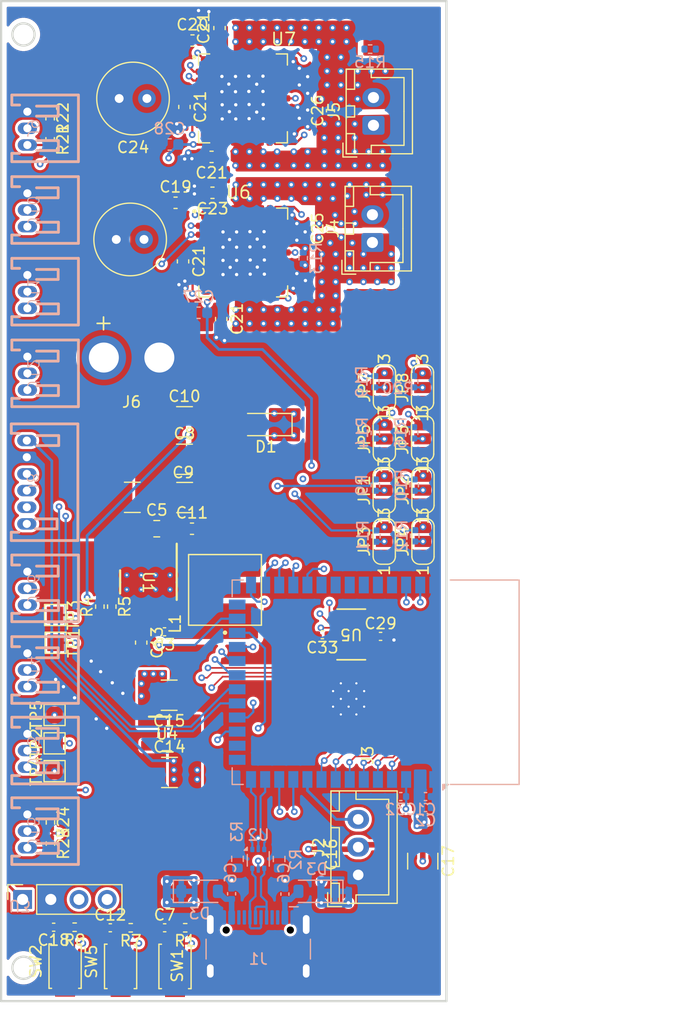
<source format=kicad_pcb>
(kicad_pcb (version 20240108) (generator "pcbnew") (generator_version "8.0")
  (layers (0 "F.Cu" signal) (1 "In1.Cu" signal) (2 "In2.Cu" signal) (31 "B.Cu" signal) (34 "B.Paste" user) (35 "F.Paste" user) (36 "B.SilkS" user "B.Silkscreen") (37 "F.SilkS" user "F.Silkscreen") (38 "B.Mask" user) (39 "F.Mask" user) (44 "Edge.Cuts" user))
  (net 0 "")
  (net 1 "GND")
  (net 2 "/CASE")
  (net 3 "+3V3")
  (net 4 "/D_N")
  (net 5 "/D-")
  (net 6 "/D+")
  (net 7 "/D_P")
  (net 8 "+5V")
  (net 9 "/ESP_EN")
  (net 10 "/ESP_BOOT")
  (net 11 "+BATT")
  (net 12 "/DISTANCE_L_OUT")
  (net 13 "/DISTANCE_LF_OUT")
  (net 14 "/DISTANCE_R90")
  (net 15 "/DISTANCE_L90")
  (net 16 "/DISTANCE_R90_OUT")
  (net 17 "/DISTANCE_L90_OUT")
  (net 18 "/DISTANCE_LF")
  (net 19 "/DISTANCE_RF_OUT")
  (net 20 "/DISTANCE_L")
  (net 21 "/DISTANCE_R_OUT")
  (net 22 "/DISTANCE_RF")
  (net 23 "/DISTANCE_R")
  (net 24 "/SLEW_1")
  (net 25 "/INV_1")
  (net 26 "/SLEW_2")
  (net 27 "/INV_2")
  (net 28 "/D1_1")
  (net 29 "/ND2_1")
  (net 30 "/D1_2")
  (net 31 "/ND2_2")
  (net 33 "Net-(U1-FB)")
  (net 34 "Net-(U1-SW)")
  (net 35 "Net-(U1-VCC)")
  (net 36 "/GPIO12")
  (net 38 "/GPIO13")
  (net 39 "/GPIO37")
  (net 40 "/GPIO1")
  (net 44 "/GPIO10")
  (net 45 "/GPIO8")
  (net 46 "/GPIO38")
  (net 47 "/GPIO21")
  (net 49 "/GPIO11")
  (net 50 "/GPIO14")
  (net 52 "/GPIO17")
  (net 55 "/GPIO35")
  (net 56 "/GPIO18")
  (net 57 "/GPIO36")
  (net 64 "Net-(U6-INV)")
  (net 65 "/MOTOR1_B")
  (net 66 "Net-(U6-~{SF})")
  (net 67 "Net-(U6-SLEW)")
  (net 68 "Net-(U6-~{D2})")
  (net 69 "Net-(U6-D1)")
  (net 70 "/MOTOR1_A")
  (net 72 "/CCP_1")
  (net 73 "/MOTOR2_A")
  (net 74 "Net-(U7-D1)")
  (net 75 "/MOTOR2_B")
  (net 76 "Net-(U7-INV)")
  (net 77 "/CCP_2")
  (net 78 "Net-(U7-SLEW)")
  (net 79 "Net-(U7-~{D2})")
  (net 81 "Net-(U7-~{SF})")
  (net 82 "/DISTANCE_INTR")
  (net 83 "/LINE_RIGHT_OUT")
  (net 84 "/LINE_LEFT_OUT")
  (net 85 "Net-(J1-CC1)")
  (net 86 "Net-(J1-CC2)")
  (net 89 "Net-(D3-A)")
  (net 90 "Net-(D1-A)")
  (net 91 "Net-(U1-BOOT)")
  (net 93 "/GPIO48")
  (net 94 "/GPIO47")
  (footprint "Capacitor_SMD:C_0402_1005Metric" (layer "F.Cu") (at 125.12 131.85)
    (property "Reference" "C7")
    (property "Value" "0.1uF")
  )
  (footprint "Resistor_SMD:R_0402_1005Metric" (layer "F.Cu") (at 122.06 131.85 180)
    (property "Reference" "R7")
    (property "Value" "10k")
  )
  (footprint "Capacitor_SMD:C_1210_3225Metric" (layer "F.Cu") (at 125.554999 117.870001)
    (property "Reference" "C14")
    (property "Value" "10uF")
  )
  (footprint "Resistor_SMD:R_0402_1005Metric" (layer "F.Cu") (at 114.83 122.37 -90)
    (property "Reference" "R24")
    (property "Value" "3.3k")
  )
  (footprint "TestPoint:TestPoint_Pad_1.5x1.5mm" (layer "F.Cu") (at 115.25 103.7 -90)
    (property "Reference" "TP3")
    (property "Value" "GPIO48")
  )
  (footprint "Capacitor_SMD:C_1210_3225Metric" (layer "F.Cu") (at 126.905 86.31)
    (property "Reference" "C10")
    (property "Value" "47uF")
  )
  (footprint "Capacitor_SMD:C_0402_1005Metric" (layer "F.Cu") (at 139.325 105.475 180)
    (property "Reference" "C33")
    (property "Value" "0.1uF")
  )
  (footprint "footprints:SW_TS-1088-AR02016" (layer "F.Cu") (at 126.05 135.33 90)
    (property "Reference" "SW1")
    (property "Value" "RESET")
  )
  (footprint "Jumper:SolderJumper-3_P1.3mm_Open_RoundedPad1.0x1.5mm_NumberLabels" (layer "F.Cu") (at 144.91 87.86 90)
    (property "Reference" "JP5")
    (property "Value" "SolderJumper_3_Open")
  )
  (footprint "TestPoint:TestPoint_Pad_1.5x1.5mm" (layer "F.Cu") (at 115.2 117.75 90)
    (property "Reference" "TP4")
    (property "Value" "GPIO21")
  )
  (footprint "footprints:QFN80P800X800X220-33N" (layer "F.Cu") (at 132.2 71.075)
    (property "Reference" "U6")
    (property "Value" "DRIVER 1")
  )
  (footprint "TestPoint:TestPoint_Pad_1.5x1.5mm" (layer "F.Cu") (at 115.3 106.2 -90)
    (property "Reference" "TP1")
    (property "Value" "GPIO13")
  )
  (footprint "Capacitor_SMD:C_0402_1005Metric" (layer "F.Cu") (at 115.12 131.8 180)
    (property "Reference" "C18")
    (property "Value" "0.1uF")
  )
  (footprint "TestPoint:TestPoint_Pad_1.5x1.5mm" (layer "F.Cu") (at 115.2 115.25 90)
    (property "Reference" "TP2")
    (property "Value" "GPIO47")
  )
  (footprint "Capacitor_SMD:C_0603_1608Metric" (layer "F.Cu") (at 126.1 66.6)
    (property "Reference" "C19")
    (property "Value" "33nF")
  )
  (footprint "Capacitor_THT:C_Radial_D6.3mm_H11.0mm_P2.50mm" (layer "F.Cu") (at 123.26 69.9 180)
    (property "Reference" "C22" (hide yes))
    (property "Value" "100uF")
  )
  (footprint "Capacitor_SMD:C_1210_3225Metric" (layer "F.Cu") (at 122.205 93.11)
    (property "Reference" "C4" (hide yes))
    (property "Value" "10uF" (hide yes))
  )
  (footprint "footprints:DDA0008J" (layer "F.Cu") (at 123.655 100.76 -90)
    (property "Reference" "U1")
    (property "Value" "LMR33630ADDAR" (hide yes))
  )
  (footprint "Capacitor_SMD:C_0603_1608Metric" (layer "F.Cu") (at 126.775 71.875 -90)
    (property "Reference" "C21")
    (property "Value" "100nF")
  )
  (footprint "Capacitor_SMD:C_0603_1608Metric" (layer "F.Cu") (at 127.58 95.935)
    (property "Reference" "C11")
    (property "Value" "100nF")
  )
  (footprint "Capacitor_SMD:C_0402_1005Metric" (layer "F.Cu") (at 144.57 105.625)
    (property "Reference" "C29")
    (property "Value" "0.1uF")
  )
  (footprint "footprints:SW_TS-1088-AR02016" (layer "F.Cu") (at 121.15 135.325 90)
    (property "Reference" "SW5")
    (property "Value" "BOOT")
  )
  (footprint "Connector_AMASS:AMASS_XT30U-F_1x02_P5.0mm_Vertical" (layer "F.Cu") (at 124.64 80.53 180)
    (property "Reference" "J6")
    (property "Value" "BATT_IN")
  )
  (footprint "Capacitor_SMD:C_1210_3225Metric" (layer "F.Cu") (at 148.37 125.855 -90)
    (property "Reference" "C17")
    (property "Value" "10uF")
  )
  (footprint "Jumper:SolderJumper-3_P1.3mm_Open_RoundedPad1.0x1.5mm_NumberLabels" (layer "F.Cu") (at 148.39 97.08 90)
    (property "Reference" "JP4")
    (property "Value" "SolderJumper_3_Open")
  )
  (footprint "Jumper:SolderJumper-3_P1.3mm_Open_RoundedPad1.0x1.5mm_NumberLabels" (layer "F.Cu") (at 144.92 83.22 90)
    (property "Reference" "JP7")
    (property "Value" "SolderJumper_3_Open")
  )
  (footprint "Connector_JST:JST_XH_B2B-XH-A_1x02_P2.50mm_Vertical" (layer "F.Cu") (at 143.835 70.175 90)
    (property "Reference" "J4")
    (property "Value" "MOTOR1")
  )
  (footprint "Capacitor_SMD:C_0402_1005Metric" (layer "F.Cu") (at 138.97 125.26 -90)
    (property "Reference" "C16")
    (property "Value" "0.1uF")
  )
  (footprint "" (layer "F.Cu") (at 115.2 112.7)
    (property "Reference" "")
    (property "Value" "")
  )
  (footprint "footprints:QFN80P800X800X220-33N" (layer "F.Cu") (at 132.175 57.205)
    (property "Reference" "U7")
    (property "Value" "DRIVER 2")
  )
  (footprint "Resistor_SMD:R_0402_1005Metric" (layer "F.Cu") (at 120.355 102.945 -90)
    (property "Reference" "R5")
    (property "Value" "22.1k")
  )
  (footprint "Capacitor_SMD:C_0603_1608Metric" (layer "F.Cu") (at 130.215 77.06 -90)
    (property "Reference" "C21")
    (property "Value" "100nF")
  )
  (footprint "Capacitor_SMD:C_0603_1608Metric" (layer "F.Cu") (at 130.06 50.875 90)
    (property "Reference" "C21")
    (property "Value" "100nF")
  )
  (footprint "Jumper:SolderJumper-3_P1.3mm_Open_RoundedPad1.0x1.5mm_NumberLabels" (layer "F.Cu") (at 144.9 92.48 90)
    (property "Reference" "JP1")
    (property "Value" "SolderJumper_3_Open")
  )
  (footprint "footprints:DBV0005A_N" (layer "F.Cu") (at 125.329999 114.400001)
    (property "Reference" "U4")
    (property "Value" "TLV75730PDBVR")
  )
  (footprint "Capacitor_SMD:C_1210_3225Metric" (layer "F.Cu") (at 125.524999 110.920001 180)
    (property "Reference" "C15")
    (property "Value" "10uF")
  )
  (footprint "Jumper:SolderJumper-3_P1.3mm_Open_RoundedPad1.0x1.5mm_NumberLabels" (layer "F.Cu") (at 148.36 87.84 90)
    (property "Reference" "JP6")
    (property "Value" "SolderJumper_3_Open")
  )
  (footprint "Capacitor_SMD:C_0603_1608Metric" (layer "F.Cu") (at 127.625 52)
    (property "Reference" "C20")
    (property "Value" "33nF")
  )
  (footprint "Jumper:SolderJumper-3_P1.3mm_Open_RoundedPad1.0x1.5mm_NumberLabels" (layer "F.Cu") (at 144.9 97.08 90)
    (property "Reference" "JP3")
    (property "Value" "SolderJumper_3_Open")
  )
  (footprint "Capacitor_SMD:C_0603_1608Metric" (layer "F.Cu") (at 129.425 65.7 180)
    (property "Reference" "C23")
    (property "Value" "100nF")
  )
  (footprint "Resistor_SMD:R_0402_1005Metric" (layer "F.Cu") (at 114.8 60.89 -90)
    (property "Reference" "R21")
    (property "Value" "2k")
  )
  (footprint "Resistor_SMD:R_0402_1005Metric" (layer "F.Cu") (at 119.28 102.945 90)
    (property "Reference" "R4")
    (property "Value" "100k")
  )
  (footprint "Capacitor_SMD:C_0805_2012Metric" (layer "F.Cu") (at 124.405 95.935)
    (property "Reference" "C5")
    (property "Value" "220nF")
  )
  (footprint "Resistor_SMD:R_0402_1005Metric" (layer "F.Cu") (at 126.97 131.85 180)
    (property "Reference" "R1")
    (property "Value" "10k")
  )
  (footprint "Capacitor_SMD:C_1210_3225Metric" (layer "F.Cu") (at 126.905 89.685)
    (property "Reference" "C8")
    (property "Value" "47uF")
  )
  (footprint "Capacitor_SMD:C_0402_1005Metric" (layer "F.Cu") (at 125.105001 105.210001 180)
    (property "Reference" "C3")
    (property "Value" "0.1uF")
  )
  (footprint "Jumper:SolderJumper-3_P1.3mm_Open_RoundedPad1.0x1.5mm_NumberLabels" (layer "F.Cu") (at 148.35 83.23 90)
    (property "Reference" "JP8")
    (property "Value" "SolderJumper_3_Open")
  )
  (footprint "Capacitor_THT:C_Radial_D6.3mm_H11.0mm_P2.50mm" (layer "F.Cu") (at 123.52 57.215 180)
    (property "Reference" "C24")
    (property "Value" "100uF")
  )
  (footprint "Capacitor_SMD:C_0603_1608Metric" (layer "F.Cu") (at 126.9 57.975 -90)
    (property "Reference" "C21")
    (property "Value" "100nF")
  )
  (footprint "footprints:SW_TS-1088-AR02016" (layer "F.Cu") (at 116.15 135.3 90)
    (property "Reference" "SW2")
    (property "Value" "CASE")
  )
  (footprint "Connector_JST:JST_XH_B3B-XH-A_1x03_P2.50mm_Vertical" (layer "F.Cu") (at 142.555 127.09 90)
    (property "Reference" "J2")
    (property "Value" "SERVO")
  )
  (footprint "Resistor_SMD:R_0402_1005Metric" (layer "F.Cu") (at 114.83 124.27 -90)
    (property "Reference" "R23")
    (property "Value" "2k")
  )
  (footprint "footprints:DQS20_TEX" (layer "F.Cu") (at 141.930001 105.450001 180)
    (property "Reference" "U5")
    (property "Value" "TXS0108ERGYR")
  )
  (footprint "TestPoint:TestPoint_Pad_1.5x1.5mm" (layer "F.Cu") (at 115.2 112.7 90)
    (property "Reference" "TP5")
    (property "Value" "GPIO14")
  )
  (footprint "Capacitor_SMD:C_0603_1608Metric" (layer "F.Cu") (at 129.345 62.47 180)
    (property "Reference" "C21")
    (property "Value" "100nF")
  )
  (footprint "Capacitor_SMD:C_0603_1608Metric" (layer "F.Cu") (at 123.005001 106.185001 -90)
    (property "Reference" "C13")
    (property "Value" "1uF")
  )
  (footprint "Capacitor_SMD:C_1210_3225Metric" (layer "F.Cu") (at 126.917812 93.129793)
    (property "Reference" "C9")
    (property "Value" "47uF")
  )
  (footprint "Capacitor_SMD:C_0402_1005Metric" (layer "F.Cu") (at 120.22 131.85)
    (property "Reference" "C12")
    (property "Value" "0.1uF")
  )
  (footprint "Connector_PinSocket_2.54mm:PinSocket_1x04_P2.54mm_Vertical" (layer "F.Cu") (at 112.32 129.3 90)
    (property "Reference" "J3")
    (property "Value" "START_MODULE")
  )
  (footprint "Capacitor_SMD:C_0402_1005Metric" (layer "F.Cu") (at 140.055 58.31 90)
    (property "Reference" "C26")
    (property "Value" "0.1uF")
  )
  (footprint "Capacitor_SMD:C_0402_1005Metric" (layer "F.Cu") (at 140.06 68.925 90)
    (property "Reference" "C25")
    (property "Value" "0.1uF")
  )
  (footprint "Diode_SMD:D_SOD-123" (layer "F.Cu") (at 134.2375 86.56 180)
    (property "Reference" "D1")
    (property "Value" "D_Schottky_Small")
  )
  (footprint "Resistor_SMD:R_0402_1005Metric" (layer "F.Cu") (at 117.01 131.8 180)
    (property "Reference" "R8")
    (property "Value" "5k")
  )
  (footprint "Jumper:SolderJumper-3_P1.3mm_Open_RoundedPad1.0x1.5mm_NumberLabels" (layer "F.Cu") (at 148.39 92.46 90)
    (property "Reference" "JP2")
    (property "Value" "SolderJumper_3_Open")
  )
  (footprint "footprints:IND_XAL6060-103MEC" (layer "F.Cu") (at 130.555 101.44 90)
    (property "Reference" "L1")
    (property "Value" "10uH, 27mOhm")
  )
  (footprint "Resistor_SMD:R_0402_1005Metric" (layer "F.Cu") (at 114.8 58.99 -90)
    (property "Reference" "R22")
    (property "Value" "3.3k")
  )
  (footprint "Connector_JST:JST_XH_B2B-XH-A_1x02_P2.50mm_Vertical" (layer "F.Cu") (at 143.93 59.63 90)
    (property "Reference" "J5")
    (property "Value" "MOTOR2")
  )
  (footprint "footprints:CONN-TH_S3B-ZR-3.4-LF-SN" (layer "B.Cu") (at 115.95 67.25 -90)
    (property "Reference" "J10")
    (property "Value" "DISTANCE_R90")
  )
  (footprint "Resistor_SMD:R_0603_1608Metric" (layer "B.Cu") (at 135.43 125.66 -90)
    (property "Reference" "R2")
    (property "Value" "5k1")
  )
  (footprint "footprints:CONN-TH_S6B-ZR-3.4-LF-SN" (layer "B.Cu") (at 115.9 91.75 -90)
    (property "Reference" "J8")
    (property "Value" "DISTANCE_CENTER")
  )
  (footprint "Diode_SMD:D_SOD-123" (layer "B.Cu") (at 138.82 128.57 180)
    (property "Reference" "D3")
    (property "Value" "D_Schottky_Small")
  )
  (footprint "Capacitor_SMD:C_0402_1005Metric" (layer "B.Cu") (at 148.62 120.04)
    (property "Reference" "C1")
    (property "Value" "0.1uF")
  )
  (footprint "Connector_USB:USB_C_Receptacle_HCTL_HC-TYPE-C-16P-01A" (layer "B.Cu") (at 133.55 134.66 180)
    (property "Reference" "J1")
    (property "Value" "USB_C Connector")
  )
  (footprint "footprints:CONN-TH_S3B-ZR-3.4-LF-SN" (layer "B.Cu") (at 115.95 74.6 -90)
    (property "Reference" "J11")
    (property "Value" "DISTANCE_R")
  )
  (footprint "Resistor_SMD:R_0402_1005Metric" (layer "B.Cu") (at 147.55 87.3 -90)
    (property "Reference" "R16")
    (property "Value" "1k")
  )
  (footprint "Resistor_SMD:R_0402_1005Metric" (layer "B.Cu") (at 143.63 52.77)
    (property "Reference" "R15")
    (property "Value" "10k")
  )
  (footprint "Diode_SMD:D_SOD-123" (layer "B.Cu") (at 128.2625 128.57)
    (property "Reference" "D3")
    (property "Value" "D_Schottky_Small")
  )
  (footprint "Resistor_SMD:R_0402_1005Metric" (layer "B.Cu") (at 144.1 87.31 -90)
    (property "Reference" "R14")
    (property "Value" "1k")
  )
  (footprint "footprints:CONN-TH_S3B-ZR-3.4-LF-SN" (layer "B.Cu") (at 115.95 123.15 -90)
    (property "Reference" "J15")
    (property "Value" "LINE_LEFT")
  )
  (footprint "Resistor_SMD:R_0402_1005Metric" (layer "B.Cu") (at 147.55 82.7 -90)
    (property "Reference" "R20")
    (property "Value" "1k")
  )
  (footprint "Resistor_SMD:R_0402_1005Metric" (layer "B.Cu") (at 147.6 92.01 -90)
    (property "Reference" "R10")
    (property "Value" "1k")
  )
  (footprint "Package_TO_SOT_SMD:SOT-666" (layer "B.Cu") (at 133.55 125.65 -90)
    (property "Reference" "U2")
    (property "Value" "USBLC6-2P6")
  )
  (footprint "footprints:CONN-TH_S3B-ZR-3.4-LF-SN" (layer "B.Cu") (at 115.95 81.95 -90)
    (property "Reference" "J12")
    (property "Value" "DISTANCE_RF")
  )
  (footprint "Resistor_SMD:R_0402_1005Metric" (layer "B.Cu") (at 147.65 96.57 -90)
    (property "Reference" "R12")
    (property "Value" "1k")
  )
  (footprint "footprints:CONN-TH_S3B-ZR-3.4-LF-SN" (layer "B.Cu") (at 115.95 115.9 -90)
    (property "Reference" "J13")
    (property "Value" "DISTANCE_L90")
  )
  (footprint "Capacitor_SMD:C_0603_1608Metric" (layer "B.Cu") (at 128.175 76.5 180)
    (property "Reference" "C27")
    (property "Value" "100nF")
  )
  (footprint "footprints:CONN-TH_S3B-ZR-3.4-LF-SN" (layer "B.Cu") (at 115.95 108.65 -90)
    (property "Reference" "J14")
    (property "Value" "DISTANCE_L")
  )
  (footprint "Capacitor_SMD:C_0603_1608Metric" (layer "B.Cu") (at 125.571351 61.355026 180)
    (property "Reference" "C28")
    (property "Value" "100nF")
  )
  (footprint "Capacitor_SMD:C_0402_1005Metric" (layer "B.Cu") (at 135.9525 128.815 90)
    (property "Reference" "C6")
    (property "Value" "0.1uF")
  )
  (footprint "Resistor_SMD:R_0402_1005Metric" (layer "B.Cu") (at 144.15 96.6 -90)
    (property "Reference" "R11")
    (property "Value" "1k")
  )
  (footprint "Resistor_SMD:R_0402_1005Metric" (layer "B.Cu") (at 144.1 92.01 -90)
    (property "Reference" "R9")
    (property "Value" "1k")
  )
  (footprint "Capacitor_SMD:C_0402_1005Metric" (layer "B.Cu") (at 146.39 120.04)
    (property "Reference" "C32")
    (property "Value" "1uF")
  )
  (footprint "Resistor_SMD:R_0402_1005Metric" (layer "B.Cu") (at 144.05 82.7 -90)
    (property "Reference" "R19")
    (property "Value" "1k")
  )
  (footprint "Capacitor_SMD:C_0402_1005Metric" (layer "B.Cu") (at 148.62 121.03)
    (property "Reference" "C2")
    (property "Value" "10uF")
  )
  (footprint "Capacitor_SMD:C_0402_1005Metric" (layer "B.Cu") (at 131.15 128.79 90)
    (property "Reference" "C6")
    (property "Value" "0.1uF")
  )
  (footprint "footprints:CONN-TH_S3B-ZR-3.4-LF-SN" (layer "B.Cu") (at 115.95 101.3 -90)
    (property "Reference" "J16")
    (property "Value" "DISTANCE_LF")
  )
  (footprint "footprints:CONN-TH_S3B-ZR-3.4-LF-SN" (layer "B.Cu") (at 115.95 59.9 -90)
    (property "Reference" "J9")
    (property "Value" "LINE_RIGHT")
  )
  (footprint "Resistor_SMD:R_0402_1005Metric" (layer "B.Cu") (at 137.6 71.585 90)
    (property "Reference" "R13")
    (property "Value" "10k")
  )
  (footprint "RF_Module:ESP32-S3-WROOM-1" (layer "B.Cu") (at 144.15 109.75 90)
    (property "Reference" "U3")
    (property "Value" "ESP32-S3-WROOM-1")
  )
  (footprint "Resistor_SMD:R_0603_1608Metric" (layer "B.Cu") (at 131.68 125.645 -90)
    (property "Reference" "R3")
    (property "Value" "5k1")
  )
  (gr_line (start 110.384377 138.45) (end 150.5 138.45) (stroke (width 0.2)) (layer "Edge.Cuts"))
  (gr_line (start 110.384377 48.45) (end 110.384377 138.45) (stroke (width 0.2)) (layer "Edge.Cuts"))
  (gr_line (start 150.5 48.45) (end 110.384377 48.45) (stroke (width 0.2)) (layer "Edge.Cuts"))
  (gr_circle (center 112.400377 135.45) (end 111.400377 135.45) (stroke (width 0.2)) (fill none) (layer "Edge.Cuts"))
  (gr_circle (center 112.400377 51.45) (end 111.400377 51.45) (stroke (width 0.2)) (fill none) (layer "Edge.Cuts"))
  (gr_line (start 150.5 138.45) (end 150.5 48.45) (stroke (width 0.2)) (layer "Edge.Cuts"))
  (segment (start 126.935 73.65) (end 126.935 72.81) (width 0.5) (layer "F.Cu") (net 1))
  (segment (start 126.595 73.52) (end 126.725 73.65) (width 0.5) (layer "F.Cu") (net 1))
  (segment (start 126.405 73.02) (end 126.775 72.65) (width 0.5) (layer "F.Cu") (net 1))
  (segment (start 127.57 62.42) (end 127.25 62.1) (width 0.5) (layer "F.Cu") (net 1))
  (segment (start 126.9 58.8) (end 126.2 59.5) (width 0.5) (layer "F.Cu") (net 1))
  (segment (start 127.57 62.63) (end 128.41 62.63) (width 0.5) (layer "F.Cu") (net 1))
  (segment (start 143.614222 106.050002) (end 143.77422 106.21) (width 0.15) (layer "F.Cu") (net 1))
  (segment (start 127.25 62.33) (end 126.92 62.66) (width 0.5) (layer "F.Cu") (net 1))
  (segment (start 128.65 65.7) (end 127.9 65.7) (width 0.5) (layer "F.Cu") (net 1))
  (segment (start 126.725 73.65) (end 126.405 73.97) (width 0.5) (layer "F.Cu") (net 1))
  (segment (start 139.43 106.06) (end 138.845 105.475) (width 0.15) (layer "F.Cu") (net 1))
  (segment (start 142.830002 106.050002) (end 143.614222 106.050002) (width 0.15) (layer "F.Cu") (net 1))
  (segment (start 128.4 65.7) (end 127.8 65.1) (width 0.5) (layer "F.Cu") (net 1))
  (segment (start 141.03 106.05) (end 141.02 106.06) (width 0.15) (layer "F.Cu") (net 1))
  (segment (start 127.9 65.7) (end 127.8 65.8) (width 0.5) (layer "F.Cu") (net 1))
  (segment (start 126.595 72.83) (end 126.595 73.52) (width 0.5) (layer "F.Cu") (net 1))
  (segment (start 127.7 62.29) (end 127.57 62.42) (width 0.5) (layer "F.Cu") (net 1))
  (segment (start 127.54 62.66) (end 127.57 62.63) (width 0.5) (layer "F.Cu") (net 1))
  (segment (start 126.9 59.6) (end 126.3 60.2) (width 0.5) (layer "F.Cu") (net 1))
  (segment (start 126.6 59.5) (end 126.9 59.8) (width 0.5) (layer "F.Cu") (net 1))
  (segment (start 126.965 74.3) (end 126.965 73.68) (width 0.5) (layer "F.Cu") (net 1))
  (segment (start 126.7 59.8) (end 126.3 60.2) (width 0.5) (layer "F.Cu") (net 1))
  (segment (start 128.39 62.29) (end 127.7 62.29) (width 0.5) (layer "F.Cu") (net 1))
  (segment (start 143.77422 106.21) (end 144.465 106.21) (width 0.15) (layer "F.Cu") (net 1))
  (segment (start 126.405 73.97) (end 126.635 73.97) (width 0.5) (layer "F.Cu") (net 1))
  (segment (start 126.405 73.97) (end 126.405 73.02) (width 0.5) (layer "F.Cu") (net 1))
  (segment (start 127.6 65.1) (end 127.2 65.5) (width 0.5) (layer "F.Cu") (net 1))
  (segment (start 126.92 62.66) (end 127.54 62.66) (width 0.5) (layer "F.Cu") (net 1))
  (segment (start 141.02 106.06) (end 139.43 106.06) (width 0.15) (layer "F.Cu") (net 1))
  (segment (start 126.935 72.81) (end 126.775 72.65) (width 0.5) (layer "F.Cu") (net 1))
  (segment (start 126.9 59.8) (end 126.7 59.8) (width 0.5) (layer "F.Cu") (net 1))
  (segment (start 128.2 62.1) (end 128.57 62.47) (width 0.5) (layer "F.Cu") (net 1))
  (segment (start 126.3 60.2) (end 126.3 59.6) (width 0.5) (layer "F.Cu") (net 1))
  (segment (start 144.465 106.21) (end 145.05 105.625) (width 0.15) (layer "F.Cu") (net 1))
  (segment (start 128.65 65.7) (end 128.4 65.7) (width 0.5) (layer "F.Cu") (net 1))
  (segment (start 126.935 73.65) (end 126.725 73.65) (width 0.5) (layer "F.Cu") (net 1))
  (segment (start 127.2 65.5) (end 128.45 65.5) (width 0.5) (layer "F.Cu") (net 1))
  (segment (start 126.2 59.5) (end 126.6 59.5) (width 0.5) (layer "F.Cu") (net 1))
  (segment (start 126.9 58.75) (end 126.9 59.6) (width 0.5) (layer "F.Cu") (net 1))
  (segment (start 126.775 72.65) (end 126.595 72.83) (width 0.5) (layer "F.Cu") (net 1))
  (segment (start 126.9 58.75) (end 126.9 58.8) (width 0.5) (layer "F.Cu") (net 1))
  (segment (start 128.41 62.63) (end 128.57 62.47) (width 0.5) (layer "F.Cu") (net 1))
  (segment (start 126.965 73.68) (end 126.935 73.65) (width 0.5) (layer "F.Cu") (net 1))
  (segment (start 127.57 62.63) (end 127.57 62.42) (width 0.5) (layer "F.Cu") (net 1))
  (segment (start 128.57 62.47) (end 128.39 62.29) (width 0.5) (layer "F.Cu") (net 1))
  (segment (start 127.25 62.1) (end 128.2 62.1) (width 0.5) (layer "F.Cu") (net 1))
  (segment (start 127.25 62.1) (end 127.25 62.33) (width 0.5) (layer "F.Cu") (net 1))
  (segment (start 127.8 65.1) (end 127.6 65.1) (width 0.5) (layer "F.Cu") (net 1))
  (segment (start 126.635 73.97) (end 126.965 74.3) (width 0.5) (layer "F.Cu") (net 1))
  (segment (start 128.45 65.5) (end 128.65 65.7) (width 0.5) (layer "F.Cu") (net 1))
  (segment (start 126.9 58.75) (end 126.9 59.8) (width 0.5) (layer "F.Cu") (net 1))
  (segment (start 126.3 59.6) (end 126.2 59.5) (width 0.5) (layer "F.Cu") (net 1))
  (via (at 131.16 127.57) (size 0.6) (drill 0.3) (layers "F.Cu" "B.Cu") (net 1))
  (via (at 131.6 69.225) (size 0.6) (drill 0.3) (layers "F.Cu" "B.Cu") (net 1))
  (via (at 116 110.15) (size 0.6) (drill 0.3) (layers "F.Cu" "B.Cu") (net 1))
  (via (at 137.1 58) (size 0.6) (drill 0.3) (layers "F.Cu" "B.Cu") (net 1))
  (via (at 138 55.25) (size 0.6) (drill 0.3) (layers "F.Cu" "B.Cu") (net 1))
  (via (at 127.57 62.63) (size 0.6) (drill 0.3) (layers "F.Cu" "B.Cu") (net 1))
  (via (at 137.775 69.22) (size 0.6) (drill 0.3) (layers "F.Cu" "B.Cu") (net 1))
  (via (at 128.17 49.3) (size 0.6) (drill 0.3) (layers "F.Cu" "B.Cu") (net 1))
  (via (at 119.35 108.8) (size 0.6) (drill 0.3) (layers "F.Cu" "B.Cu") (net 1))
  (via (at 130.9 55.92) (size 0.6) (drill 0.3) (layers "F.Cu" "B.Cu") (net 1))
  (via (at 130.965 69.91) (size 0.6) (drill 0.3) (layers "F.Cu" "B.Cu") (net 1))
  (via (at 137.25 56) (size 0.6) (drill 0.3) (layers "F.Cu" "B.Cu") (net 1))
  (via (at 129.1 49.4) (size 0.6) (drill 0.3) (layers "F.Cu" "B.Cu") (net 1))
  (via (at 136.7 74.3) (size 0.6) (drill 0.3) (layers "F.Cu" "B.Cu") (net 1))
  (via (at 120.4 109.8) (size 0.6) (drill 0.3) (layers "F.Cu" "B.Cu") (net 1))
  (via (at 137.775 70.72) (size 0.6) (drill 0.3) (layers "F.Cu" "B.Cu") (net 1))
  (via (at 134 57.755) (size 0.6) (drill 0.3) (layers "F.Cu" "B.Cu") (net 1))
  (via (at 132.825 71.75) (size 0.6) (drill 0.3) (layers "F.Cu" "B.Cu") (net 1))
  (via (at 137.8 73.6) (size 0.6) (drill 0.3) (layers "F.Cu" "B.Cu") (net 1))
  (via (at 130.375 69.225) (size 0.6) (drill 0.3) (layers "F.Cu" "B.Cu") (net 1))
  (via (at 134.075 69.2) (size 0.6) (drill 0.3) (layers "F.Cu" "B.Cu") (net 1))
  (via (at 127.8 65.1) (size 0.6) (drill 0.3) (layers "F.Cu" "B.Cu") (net 1))
  (via (at 133.975 56.58) (size 0.6) (drill 0.3) (layers "F.Cu" "B.Cu") (net 1))
  (via (at 132.725 57.755) (size 0.6) (drill 0.3) (layers "F.Cu" "B.Cu") (net 1))
  (via (at 119.9 113.9) (size 0.6) (drill 0.3) (layers "F.Cu" "B.Cu") (net 1))
  (via (at 118.95 113.05) (size 0.6) (drill 0.3) (layers "F.Cu" "B.Cu") (net 1))
  (via (at 130.375 70.6) (size 0.6) (drill 0.3) (layers "F.Cu" "B.Cu") (net 1))
  (via (at 133.55 123.79) (size 0.6) (drill 0.3) (layers "F.Cu" "B.Cu") (net 1))
  (via (at 129.775 78.72) (size 0.6) (drill 0.3) (layers "F.Cu" "B.Cu") (net 1))
  (via (at 133.455 69.87) (size 0.6) (drill 0.3) (layers "F.Cu" "B.Cu") (net 1))
  (via (at 131.6 71.785) (size 0.6) (drill 0.3) (layers "F.Cu" "B.Cu") (net 1))
  (via (at 132.725 59.03) (size 0.6) (drill 0.3) (layers "F.Cu" "B.Cu") (net 1))
  (via (at 126.935 73.65) (size 0.6) (drill 0.3) (layers "F.Cu" "B.Cu") (net 1))
  (via (at 134 59.03) (size 0.6) (drill 0.3) (layers "F.Cu" "B.Cu") (net 1))
  (via (at 138 58.25) (size 0.6) (drill 0.3) (layers "F.Cu" "B.Cu") (net 1))
  (via (at 132.7 56.58) (size 0.6) (drill 0.3) (layers "F.Cu" "B.Cu") (net 1))
  (via (at 130.275 56.605) (size 0.6) (drill 0.3) (layers "F.Cu" "B.Cu") (net 1))
  (via (at 131.525 59.055) (size 0.6) (drill 0.3) (layers "F.Cu" "B.Cu") (net 1))
  (via (at 134.1 73.025) (size 0.6) (drill 0.3) (layers "F.Cu" "B.Cu") (net 1))
  (via (at 132.825 73.025) (size 0.6) (drill 0.3) (layers "F.Cu" "B.Cu") (net 1))
  (via (at 131.525 57.78) (size 0.6) (drill 0.3) (layers "F.Cu" "B.Cu") (net 1))
  (via (at 127.8 65.8) (size 0.6) (drill 0.3) (layers "F.Cu" "B.Cu") (net 1))
  (via (at 118.5 107.85) (size 0.6) (drill 0.3) (layers "F.Cu" "B.Cu") (net 1))
  (via (at 136.6 67.7) (size 0.6) (drill 0.3) (layers "F.Cu" "B.Cu") (net 1))
  (via (at 136.7 53.9) (size 0.6) (drill 0.3) (layers "F.Cu" "B.Cu") (net 1))
  (via (at 132.7 55.205) (size 0.6) (drill 0.3) (layers "F.Cu" "B.Cu") (net 1))
  (via (at 133.465 72.39) (size 0.6) (drill 0.3) (layers "F.Cu" "B.Cu") (net 1))
  (via (at 131.5 56.605) (size 0.6) (drill 0.3) (layers "F.Cu" "B.Cu") (net 1))
  (via (at 126.92 62.66) (size 0.6) (drill 0.3) (layers "F.Cu" "B.Cu") (net 1))
  (via (at 137.25 59) (size 0.6) (drill 0.3) (layers "F.Cu" "B.Cu") (net 1))
  (via (at 135.9625 127.595) (size 0.6) (drill 0.3) (layers "F.Cu" "B.Cu") (net 1))
  (via (at 130.275 55.23) (size 0.6) (drill 0.3) (layers "F.Cu" "B.Cu") (net 1))
  (via (at 126.9 59.8) (size 0.6) (drill 0.3) (layers "F.Cu" "B.Cu") (net 1))
  (via (at 138 59.75) (size 0.6) (drill 0.3) (layers "F.Cu" "B.Cu") (net 1))
  (via (at 133.975 55.205) (size 0.6) (drill 0.3) (layers "F.Cu" "B.Cu") (net 1))
  (via (at 130.3 59.055) (size 0.6) (drill 0.3) (layers "F.Cu" "B.Cu") (net 1))
  (via (at 137.025 69.97) (size 0.6) (drill 0.3) (layers "F.Cu" "B.Cu") (net 1))
  (via (at 130.51 79) (size 0.6) (drill 0.3) (layers "F.Cu" "B.Cu") (net 1))
  (via (at 137.775 72.22) (size 0.6) (drill 0.3) (layers "F.Cu" "B.Cu") (net 1))
  (via (at 137.25 54.5) (size 0.6) (drill 0.3) (layers "F.Cu" "B.Cu") (net 1))
  (via (at 145.775 105.95) (size 0.6) (drill 0.3) (layers "F.Cu" "B.Cu") (net 1))
  (via (at 130.3 57.78) (size 0.6) (drill 0.3) (layers "F.Cu" "B.Cu") (net 1))
  (via (at 127.25 62.1) (size 0.6) (drill 0.3) (layers "F.Cu" "B.Cu") (net 1))
  (via (at 133.41 55.93) (size 0.6) (drill 0.3) (layers "F.Cu" "B.Cu") (net 1))
  (via (at 126.3 60.2) (size 0.6) (drill 0.3) (layers "F.Cu" "B.Cu") (net 1))
  (via (at 115.3 109.5) (size 0.6) (drill 0.3) (layers "F.Cu" "B.Cu") (net 1))
  (via (at 132.8 69.2) (size 0.6) (drill 0.3) (layers "F.Cu" "B.Cu") (net 1))
  (via (at 133.41 58.44) (size 0.6) (drill 0.3) (layers "F.Cu" "B.Cu") (net 1))
  (via (at 121.35 110.75) (size 0.6) (drill 0.3) (layers "F.Cu" "B.Cu") (net 1))
  (via (at 131.6 70.6) (size 0.6) (drill 0.3) (layers "F.Cu" "B.Cu") (net 1))
  (via (at 130.375 71.785) (size 0.6) (drill 0.3) (layers "F.Cu" "B.Cu") (net 1))
  (via (at 131.6 73.06) (size 0.6) (drill 0.3) (layers "F.Cu" "B.Cu") (net 1))
  (via (at 137.025 72.97) (size 0.6) (drill 0.3) (layers "F.Cu" "B.Cu") (net 1))
  (via (at 126.965 74.3) (size 0.6) (drill 0.3) (layers "F.Cu" "B.Cu") (net 1))
  (via (at 136.8 60.4) (size 0.6) (drill 0.3) (layers "F.Cu" "B.Cu") (net 1))
  (via (at 130.375 73.06) (size 0.6) (drill 0.3) (layers "F.Cu" "B.Cu") (net 1))
  (via (at 117 111.15) (size 0.6) (drill 0.3) (layers "F.Cu" "B.Cu") (net 1))
  (via (at 134.075 70.575) (size 0.6) (drill 0.3) (layers "F.Cu" "B.Cu") (net 1))
  (via (at 126.405 73.97) (size 0.6) (drill 0.3) (layers "F.Cu" "B.Cu") (net 1))
  (via (at 137.025 68.47) (size 0.6) (drill 0.3) (layers "F.Cu" "B.Cu") (net 1))
  (via (at 127.2 65.5) (size 0.6) (drill 0.3) (layers "F.Cu" "B.Cu") (net 1))
  (via (at 132.8 70.575) (size 0.6) (drill 0.3) (layers "F.Cu" "B.Cu") (net 1))
  (via (at 138 56.75) (size 0.6) (drill 0.3) (layers "F.Cu" "B.Cu") (net 1))
  (via (at 134.1 71.75) (size 0.6) (drill 0.3) (layers "F.Cu" "B.Cu") (net 1))
  (via (at 131.02 72.41) (size 0.6) (drill 0.3) (layers "F.Cu" "B.Cu") (net 1))
  (via (at 126.2 59.5) (size 0.6) (drill 0.3) (layers "F.Cu" "B.Cu") (net 1))
  (via (at 130.95 58.4) (size 0.6) (drill 0.3) (layers "F.Cu" "B.Cu") (net 1))
  (via (at 131.5 55.23) (size 0.6) (drill 0.3) (layers "F.Cu" "B.Cu") (net 1))
  (segment (start 131.15 127.58) (end 131.16 127.57) (width 0.2) (layer "B.Cu") (net 1))
  (segment (start 135.9525 128.335) (end 135.9525 127.605) (width 0.2) (layer "B.Cu") (net 1))
  (segment (start 133.55 124.725) (end 133.55 123.79) (width 0.2) (layer "B.Cu") (net 1))
  (segment (start 135.9525 127.605) (end 135.9625 127.595) (width 0.2) (layer "B.Cu") (net 1))
  (segment (start 131.15 128.31) (end 131.15 127.58) (width 0.2) (layer "B.Cu") (net 1))
  (segment (start 116.5 132.875) (end 116.15 133.225) (width 0.2) (layer "F.Cu") (net 2))
  (segment (start 115.6 131.8) (end 115.6 132.675) (width 0.2) (layer "F.Cu") (net 2))
  (segment (start 115.6 132.675) (end 116.15 133.225) (width 0.2) (layer "F.Cu") (net 2))
  (segment (start 116.5 131.8) (end 116.5 132.875) (width 0.2) (layer "F.Cu") (net 2))
  (segment (start 117.725 133.225) (end 117.75 133.25) (width 0.2) (layer "F.Cu") (net 2))
  (segment (start 116.15 133.225) (end 117.725 133.225) (width 0.2) (layer "F.Cu") (net 2))
  (via (at 146.9 102.55) (size 0.6) (drill 0.3) (layers "F.Cu" "B.Cu") (net 2))
  (via (at 117.75 133.25) (size 0.6) (drill 0.3) (layers "F.Cu" "B.Cu") (net 2))
  (segment (start 146.87 101) (end 146.87 102.52) (width 0.2) (layer "B.Cu") (net 2))
  (segment (start 146.87 102.52) (end 146.9 102.55) (width 0.2) (layer "B.Cu") (net 2))
  (segment (start 121.925 131.205) (end 122.57 131.85) (width 0.25) (layer "F.Cu") (net 3))
  (segment (start 142.830002 105.650001) (end 144.040002 105.650001) (width 0.2) (layer "F.Cu") (net 3))
  (segment (start 129.775 60.831518) (end 129.256518 61.35) (width 0.25) (layer "F.Cu") (net 3))
  (segment (start 129.256518 61.35) (end 127.7 61.35) (width 0.25) (layer "F.Cu") (net 3))
  (segment (start 127.2 131.205) (end 123.215 131.205) (width 0.25) (layer "F.Cu") (net 3))
  (segment (start 123.215 131.205) (end 122.57 131.85) (width 0.25) (layer "F.Cu") (net 3))
  (segment (start 111.509377 119.45) (end 113.15 119.45) (width 0.25) (layer "F.Cu") (net 3))
  (segment (start 127.48 131.485) (end 127.2 131.205) (width 0.25) (layer "F.Cu") (net 3))
  (segment (start 118.115 131.205) (end 121.925 131.205) (width 0.25) (layer "F.Cu") (net 3))
  (segment (start 111.009377 127.989377) (end 111.009377 119.95) (width 0.25) (layer "F.Cu") (net 3))
  (segment (start 127.48 131.85) (end 127.48 131.485) (width 0.25) (layer "F.Cu") (net 3))
  (segment (start 129.775 60.765) (end 129.775 60.831518) (width 0.25) (layer "F.Cu") (net 3))
  (segment (start 112.32 129.3) (end 111.009377 127.989377) (width 0.25) (layer "F.Cu") (net 3))
  (segment (start 129.8 74.701518) (end 129.8 74.635) (width 0.25) (layer "F.Cu") (net 3))
  (segment (start 128.951518 75.55) (end 129.8 74.701518) (width 0.25) (layer "F.Cu") (net 3))
  (segment (start 117.52 131.8) (end 118.115 131.205) (width 0.25) (layer "F.Cu") (net 3))
  (segment (start 111.009377 119.95) (end 111.509377 119.45) (width 0.25) (layer "F.Cu") (net 3))
  (segment (start 113.15 119.45) (end 118 119.45) (width 0.25) (layer "F.Cu") (net 3))
  (via (at 147.875 121.825) (size 0.6) (drill 0.3) (layers "F.Cu" "B.Cu") (net 3))
  (via (at 128.951518 75.55) (size 0.6) (drill 0.3) (layers "F.Cu" "B.Cu") (net 3))
  (via (at 125.475 62.575) (size 0.6) (drill 0.3) (layers "F.Cu" "B.Cu") (net 3))
  (via (at 148.5 122.35) (size 0.6) (drill 0.3) (layers "F.Cu" "B.Cu") (net 3))
  (via (at 125.925 116.825) (size 0.6) (drill 0.3) (layers "F.Cu" "B.Cu") (net 3))
  (via (at 127.7 61.35) (size 0.6) (drill 0.3) (layers "F.Cu" "B.Cu") (net 3))
  (via (at 128.05 117.65) (size 0.6) (drill 0.3) (layers "F.Cu" "B.Cu") (net 3))
  (via (at 125.95 118.5) (size 0.6) (drill 0.3) (layers "F.Cu" "B.Cu") (net 3))
  (via (at 128.05 118.5) (size 0.6) (drill 0.3) (layers "F.Cu" "B.Cu") (net 3))
  (via (at 138.35 90.25) (size 0.6) (drill 0.3) (layers "F.Cu" "B.Cu") (net 3))
  (via (at 125.95 117.65) (size 0.6) (drill 0.3) (layers "F.Cu" "B.Cu") (net 3))
  (via (at 147.85 122.675) (size 0.6) (drill 0.3) (layers "F.Cu" "B.Cu") (net 3))
  (via (at 137.575 91.45) (size 0.6) (drill 0.3) (layers "F.Cu" "B.Cu") (net 3))
  (via (at 118 119.45) (size 0.6) (drill 0.3) (layers "F.Cu" "B.Cu") (net 3))
  (segment (start 128.951518 75.55) (end 128.951518 76.498482) (width 0.25) (layer "B.Cu") (net 3))
  (segment (start 130.006471 79.8) (end 133.93 79.8) (width 0.25) (layer "B.Cu") (net 3))
  (segment (start 114.95 107.75) (end 124.01 116.81) (width 0.25) (layer "B.Cu") (net 3))
  (segment (start 128.95 78.743529) (end 130.006471 79.8) (width 0.25) (layer "B.Cu") (net 3))
  (segment (start 127.694974 61.355026) (end 127.7 61.35) (width 0.25) (layer "B.Cu") (net 3))
  (segment (start 138.35 84.22) (end 138.35 90.25) (width 0.25) (layer "B.Cu") (net 3))
  (segment (start 112.7 88) (end 113.115 88) (width 0.25) (layer "B.Cu") (net 3))
  (segment (start 148.125 121.045) (end 148.14 121.03) (width 0.25) (layer "B.Cu") (net 3))
  (segment (start 124.01 116.81) (end 125.91 116.81) (width 0.25) (layer "B.Cu") (net 3))
  (segment (start 133.93 79.8) (end 138.35 84.22) (width 0.25) (layer "B.Cu") (net 3))
  (segment (start 128.951518 76.498482) (end 128.95 76.5) (width 0.2) (layer "B.Cu") (net 3))
  (segment (start 128.95 76.5) (end 128.95 78.743529) (width 0.25) (layer "B.Cu") (net 3))
  (segment (start 128.95 75.551518) (end 128.951518 75.55) (width 0.2) (layer "B.Cu") (net 3))
  (segment (start 113.115 88) (end 114.95 89.835) (width 0.25) (layer "B.Cu") (net 3))
  (segment (start 126.346351 61.355026) (end 127.694974 61.355026) (width 0.25) (layer "B.Cu") (net 3))
  (segment (start 114.95 89.835) (end 114.95 107.75) (width 0.25) (layer "B.Cu") (net 3))
  (segment (start 125.475 62.575) (end 125.475 62.226377) (width 0.25) (layer "B.Cu") (net 3))
  (segment (start 125.475 62.226377) (end 126.346351 61.355026) (width 0.25) (layer "B.Cu") (net 3))
  (segment (start 133.8 127.3) (end 133.8 129) (width 0.2) (layer "B.Cu") (net 4))
  (segment (start 134.3 130.0575) (end 134.3 131) (width 0.2) (layer "B.Cu") (net 4))
  (segment (start 134.3 130.915) (end 134.3 129.5) (width 0.2) (layer "B.Cu") (net 4))
  (segment (start 133.3 130.415) (end 133.2766 130.3916) (width 0.2032) (layer "B.Cu") (net 4))
  (segment (start 133.4 129.9575) (end 134.2 129.9575) (width 0.2) (layer "B.Cu") (net 4))
  (segment (start 133.3 130.415) (end 133.3234 130.3916) (width 0.2032) (layer "B.Cu") (net 4))
  (segment (start 133.3 130.415) (end 133.275 130.39) (width 0.2) (layer "B.Cu") (net 4))
  (segment (start 134.0875 126.5) (end 134.0875 127.0125) (width 0.2) (layer "B.Cu") (net 4))
  (segment (start 133.3 130.0575) (end 133.4 129.9575) (width 0.2) (layer "B.Cu") (net 4))
  (segment (start 134.0875 127.0125) (end 133.8 127.3) (width 0.2) (layer "B.Cu") (net 4))
  (segment (start 133.3 131) (end 133.3 130.0575) (width 0.2) (layer "B.Cu") (net 4))
  (segment (start 134.2 129.9575) (end 134.3 130.0575) (width 0.2) (layer "B.Cu") (net 4))
  (segment (start 134.3 129.5) (end 133.8 129) (width 0.2) (layer "B.Cu") (net 4))
  (segment (start 134.16 123.49) (end 134.16 124.12) (width 0.2) (layer "B.Cu") (net 5))
  (segment (start 133.76 123.09) (end 134.16 123.49) (width 0.2) (layer "B.Cu") (net 5))
  (segment (start 134.17 119.625001) (end 133.76 120.035001) (width 0.2) (layer "B.Cu") (net 5))
  (segment (start 134.16 124.12) (end 134.0875 124.1925) (width 0.2) (layer "B.Cu") (net 5))
  (segment (start 133.76 120.035001) (end 133.76 123.09) (width 0.2) (layer "B.Cu") (net 5))
  (segment (start 134.17 118.5) (end 134.17 119.625001) (width 0.2) (layer "B.Cu") (net 5))
  (segment (start 134.0875 124.1925) (end 134.0875 124.8) (width 0.2) (layer "B.Cu") (net 5))
  (segment (start 133.0125 124.8) (end 133.0125 124.1825) (width 0.2) (layer "B.Cu") (net 6))
  (segment (start 132.9 119.625001) (end 132.9 118.5) (width 0.2) (layer "B.Cu") (net 6))
  (segment (start 133.0125 124.1825) (end 132.91 124.08) (width 0.2) (layer "B.Cu") (net 6))
  (segment (start 132.91 123.49) (end 133.32 123.08) (width 0.2) (layer "B.Cu") (net 6))
  (segment (start 133.32 120.045001) (end 132.9 119.625001) (width 0.2) (layer "B.Cu") (net 6))
  (segment (start 133.32 123.08) (end 133.32 120.045001) (width 0.2) (layer "B.Cu") (net 6))
  (segment (start 132.91 124.08) (end 132.91 123.49) (width 0.2) (layer "B.Cu") (net 6))
  (segment (start 132.8 131.8) (end 132.8 130.915) (width 0.2) (layer "B.Cu") (net 7))
  (segment (start 132.8 129.5) (end 133.3 129) (width 0.2) (layer "B.Cu") (net 7))
  (segment (start 132.8 130.915) (end 132.8 129.5) (width 0.2) (layer "B.Cu") (net 7))
  (segment (start 133.8 131.8) (end 133.7 131.9) (width 0.2) (layer "B.Cu") (net 7))
  (segment (start 133.0125 127.0125) (end 133.3 127.3) (width 0.2) (layer "B.Cu") (net 7))
  (segment (start 133.3 127.3) (end 133.3 129) (width 0.2) (layer "B.Cu") (net 7))
  (segment (start 133.7 131.9) (end 132.9 131.9) (width 0.2) (layer "B.Cu") (net 7))
  (segment (start 133.8 130.915) (end 133.8 131.8) (width 0.2) (layer "B.Cu") (net 7))
  (segment (start 132.9 131.9) (end 132.8 131.8) (width 0.2) (layer "B.Cu") (net 7))
  (segment (start 132.8 130.415) (end 132.825 130.39) (width 0.2) (layer "B.Cu") (net 7))
  (segment (start 133.0125 126.5) (end 133.0125 127.0125) (width 0.2) (layer "B.Cu") (net 7))
  (segment (start 138.08 124.78) (end 138.07 124.77) (width 0.5) (layer "F.Cu") (net 8))
  (segment (start 138.97 124.78) (end 142.365 124.78) (width 0.5) (layer "F.Cu") (net 8))
  (segment (start 142.765 124.38) (end 142.555 124.59) (width 0.5) (layer "F.Cu") (net 8))
  (segment (start 138.97 124.78) (end 138.08 124.78) (width 0.5) (layer "F.Cu") (net 8))
  (segment (start 148.37 124.38) (end 148.37 125.855) (width 0.5) (layer "F.Cu") (net 8))
  (segment (start 147.99 86.54) (end 147.07 85.62) (width 0.25) (layer "F.Cu") (net 8))
  (segment (start 148.37 124.38) (end 142.765 124.38) (width 0.5) (layer "F.Cu") (net 8))
  (segment (start 142.365 124.78) (end 142.555 124.59) (width 0.5) (layer "F.Cu") (net 8))
  (segment (start 148.36 86.54) (end 147.99 86.54) (width 0.25) (layer "F.Cu") (net 8))
  (via (at 124.1 109) (size 0.6) (drill 0.3) (layers "F.Cu" "B.Cu") (net 8))
  (via (at 125.3225 129.57) (size 0.6) (drill 0.3) (layers "F.Cu" "B.Cu") (net 8))
  (via (at 136.75 87.55) (size 0.6) (drill 0.3) (layers "F.Cu" "B.Cu") (net 8))
  (via (at 133.55 125.83) (size 0.6) (drill 0.3) (layers "F.Cu" "B.Cu") (net 8))
  (via (at 147.07 85.62) (size 0.6) (drill 0.3) (layers "F.Cu" "B.Cu") (net 8))
  (via (at 135 87.55) (size 0.6) (drill 0.3) (layers "F.Cu" "B.Cu") (net 8))
  (via (at 148.35 81.93) (size 0.6) (drill 0.3) (layers "F.Cu" "B.Cu") (net 8))
  (via (at 135 85.56) (size 0.6) (drill 0.3) (layers "F.Cu" "B.Cu") (net 8))
  (via (at 127.7525 129.57) (size 0.6) (drill 0.3) (layers "F.Cu" "B.Cu") (net 8))
  (via (at 139.24 129.6) (size 0.6) (drill 0.3) (layers "F.Cu" "B.Cu") (net 8))
  (via (at 123.025 111) (size 0.6) (drill 0.3) (layers "F.Cu" "B.Cu") (net 8))
  (via (at 144.91 86.56) (size 0.6) (drill 0.3) (layers "F.Cu" "B.Cu") (net 8))
  (via (at 127.7525 127.57) (size 0.6) (drill 0.3) (layers "F.Cu" "B.Cu") (net 8))
  (via (at 125.3225 127.68) (size 0.6) (drill 0.3) (layers "F.Cu" "B.Cu") (net 8))
  (via (at 123.3 109) (size 0.6) (drill 0.3) (layers "F.Cu" "B.Cu") (net 8))
  (via (at 136.75 85.6) (size 0.6) (drill 0.3) (layers "F.Cu" "B.Cu") (net 8))
  (via (at 139.24 127.71) (size 0.6) (drill 0.3) (layers "F.Cu" "B.Cu") (net 8))
  (via (at 141.67 129.6) (size 0.6) (drill 0.3) (layers "F.Cu" "B.Cu") (net 8))
  (via (at 148.39 95.78) (size 0.6) (drill 0.3) (layers "F.Cu" "B.Cu") (net 8))
  (via (at 148.37 125.855) (size 0.6) (drill 0.3) (layers "F.Cu" "B.Cu") (net 8))
  (via (at 148.39 91.16) (size 0.6) (drill 0.3) (layers "F.Cu" "B.Cu") (net 8))
  (via (at 123.025 109.875) (size 0.6) (drill 0.3) (layers "F.Cu" "B.Cu") (net 8))
  (via (at 144.9 91.18) (size 0.6) (drill 0.3) (layers "F.Cu" "B.Cu") (net 8))
  (via (at 124.9 109) (size 0.6) (drill 0.3) (layers "F.Cu" "B.Cu") (net 8))
  (via (at 144.92 81.92) (size 0.6) (drill 0.3) (layers "F.Cu" "B.Cu") (net 8))
  (via (at 138.07 124.77) (size 0.6) (drill 0.3) (layers "F.Cu" "B.Cu") (net 8))
  (via (at 144.9 95.78) (size 0.6) (drill 0.3) (layers "F.Cu" "B.Cu") (net 8))
  (segment (start 133.55 125.83) (end 133.55 126.575) (width 0.2) (layer "B.Cu") (net 8))
  (segment (start 126.05 133.255) (end 127.545 133.255) (width 0.2) (layer "F.Cu") (net 9))
  (segment (start 125.6 131.85) (end 125.6 132.805) (width 0.2) (layer "F.Cu") (net 9))
  (segment (start 126.46 132.845) (end 126.05 133.255) (width 0.2) (layer "F.Cu") (net 9))
  (segment (start 127.545 133.255) (end 127.55 133.25) (width 0.2) (layer "F.Cu") (net 9))
  (segment (start 125.6 132.805) (end 126.05 133.255) (width 0.2) (layer "F.Cu") (net 9))
  (segment (start 126.46 131.85) (end 126.46 132.845) (width 0.2) (layer "F.Cu") (net 9))
  (via (at 146.85 121.15) (size 0.6) (drill 0.3) (layers "F.Cu" "B.Cu") (net 9))
  (via (at 127.55 133.25) (size 0.6) (drill 0.3) (layers "F.Cu" "B.Cu") (net 9))
  (segment (start 146.87 121.13) (end 146.85 121.15) (width 0.2) (layer "B.Cu") (net 9))
  (segment (start 146.87 120.04) (end 146.87 118.5) (width 0.2) (layer "B.Cu") (net 9))
  (segment (start 146.87 120.04) (end 146.87 121.13) (width 0.2) (layer "B.Cu") (net 9))
  (segment (start 121.55 132.85) (end 121.15 133.25) (width 0.2) (layer "F.Cu") (net 10))
  (segment (start 121.15 133.25) (end 122.8 133.25) (width 0.25) (layer "F.Cu") (net 10))
  (segment (start 120.7 132.8) (end 121.15 133.25) (width 0.2) (layer "F.Cu") (net 10))
  (segment (start 120.7 131.85) (end 120.7 132.8) (width 0.2) (layer "F.Cu") (net 10))
  (segment (start 121.55 131.85) (end 121.55 132.85) (width 0.2) (layer "F.Cu") (net 10))
  (via (at 122.8 133.25) (size 0.6) (drill 0.3) (layers "F.Cu" "B.Cu") (net 10))
  (via (at 134.1 102.5) (size 0.6) (drill 0.3) (layers "F.Cu" "B.Cu") (net 10))
  (segment (start 133.45 102.5) (end 134.1 102.5) (width 0.2) (layer "B.Cu") (net 10))
  (segment (start 132.9 101) (end 132.9 101.95) (width 0.2) (layer "B.Cu") (net 10))
  (segment (start 132.9 101.95) (end 133.45 102.5) (width 0.2) (layer "B.Cu") (net 10))
  (segment (start 139.394973 106.850001) (end 141.03 106.850001) (width 0.15) (layer "F.Cu") (net 12))
  (segment (start 129.393173 108.9) (end 137.344974 108.9) (width 0.15) (layer "F.Cu") (net 12))
  (segment (start 137.344974 108.9) (end 139.394973 106.850001) (width 0.15) (layer "F.Cu") (net 12))
  (segment (start 128.45 109.35) (end 128.943173 109.35) (width 0.15) (layer "F.Cu") (net 12))
  (segment (start 128.943173 109.35) (end 129.393173 108.9) (width 0.15) (layer "F.Cu") (net 12))
  (via (at 128.45 109.35) (size 0.6) (drill 0.3) (layers "F.Cu" "B.Cu") (net 12))
  (segment (start 129.02 108.46) (end 137.29 108.46) (width 0.15) (layer "F.Cu") (net 13))
  (segment (start 139.044973 106.705026) (end 139.299997 106.450002) (width 0.15) (layer "F.Cu") (net 13))
  (segment (start 137.29 108.46) (end 139.044973 106.705026) (width 0.15) (layer "F.Cu") (net 13))
  (segment (start 139.299997 106.450002) (end 141.03 106.450002) (width 0.15) (layer "F.Cu") (net 13))
  (via (at 129.02 108.46) (size 0.6) (drill 0.3) (layers "F.Cu" "B.Cu") (net 13))
  (segment (start 145.925001 104.050001) (end 147.25 105.375) (width 0.15) (layer "F.Cu") (net 14))
  (segment (start 142.830002 104.050001) (end 145.925001 104.050001) (width 0.15) (layer "F.Cu") (net 14))
  (segment (start 147.25 115.45) (end 145.6 117.1) (width 0.15) (layer "F.Cu") (net 14))
  (segment (start 147.25 105.375) (end 147.25 115.45) (width 0.15) (layer "F.Cu") (net 14))
  (via (at 145.6 117.1) (size 0.6) (drill 0.3) (layers "F.Cu" "B.Cu") (net 14))
  (segment (start 145.6 117.1) (end 145.6 118.5) (width 0.15) (layer "B.Cu") (net 14))
  (segment (start 143.901902 115.125) (end 145.10013 115.125) (width 0.15) (layer "F.Cu") (net 15))
  (segment (start 139.5 116.8) (end 140.575 115.725) (width 0.15) (layer "F.Cu") (net 15))
  (segment (start 143.696877 115.330025) (end 143.901902 115.125) (width 0.15) (layer "F.Cu") (net 15))
  (segment (start 145.5 114.72513) (end 145.5 107.804974) (width 0.15) (layer "F.Cu") (net 15))
  (segment (start 140.575 115.725) (end 143.301903 115.725) (width 0.15) (layer "F.Cu") (net 15))
  (segment (start 145.10013 115.125) (end 145.5 114.72513) (width 0.15) (layer "F.Cu") (net 15))
  (segment (start 143.329295 107.25) (end 142.780002 107.25) (width 0.15) (layer "F.Cu") (net 15))
  (segment (start 143.339295 107.26) (end 143.329295 107.25) (width 0.15) (layer "F.Cu") (net 15))
  (segment (start 143.301903 115.725) (end 143.696877 115.330025) (width 0.15) (layer "F.Cu") (net 15))
  (segment (start 145.5 107.804974) (end 144.955026 107.26) (width 0.15) (layer "F.Cu") (net 15))
  (segment (start 144.955026 107.26) (end 143.339295 107.26) (width 0.15) (layer "F.Cu") (net 15))
  (via (at 139.5 116.8) (size 0.6) (drill 0.3) (layers "F.Cu" "B.Cu") (net 15))
  (segment (start 139.5 116.8) (end 139.25 117.05) (width 0.15) (layer "B.Cu") (net 15))
  (segment (start 139.25 117.05) (end 139.25 118.5) (width 0.15) (layer "B.Cu") (net 15))
  (segment (start 140.280051 104.050001) (end 141.03 104.050001) (width 0.15) (layer "F.Cu") (net 16))
  (segment (start 139.96 103.72995) (end 140.280051 104.050001) (width 0.15) (layer "F.Cu") (net 16))
  (segment (start 139.96 102.6) (end 139.96 103.72995) (width 0.15) (layer "F.Cu") (net 16))
  (via (at 139.96 102.6) (size 0.6) (drill 0.3) (layers "F.Cu" "B.Cu") (net 16))
  (segment (start 139.489948 107.25) (end 141.03 107.25) (width 0.15) (layer "F.Cu") (net 17))
  (segment (start 130.34 109.25) (end 137.489948 109.25) (width 0.15) (layer "F.Cu") (net 17))
  (segment (start 129.35 110.24) (end 130.34 109.25) (width 0.15) (layer "F.Cu") (net 17))
  (segment (start 137.489948 109.25) (end 139.489948 107.25) (width 0.15) (layer "F.Cu") (net 17))
  (via (at 129.35 110.24) (size 0.6) (drill 0.3) (layers "F.Cu" "B.Cu") (net 17))
  (segment (start 146.2 115.015078) (end 145.390078 115.825) (width 0.15) (layer "F.Cu") (net 18))
  (segment (start 142.830002 106.450002) (end 143.519247 106.450002) (width 0.15) (layer "F.Cu") (net 18))
  (segment (start 143.629245 106.56) (end 145.41 106.56) (width 0.15) (layer "F.Cu") (net 18))
  (segment (start 144.191852 115.825) (end 143.591852 116.425) (width 0.15) (layer "F.Cu") (net 18))
  (segment (start 145.41 106.56) (end 146.2 107.35) (width 0.15) (layer "F.Cu") (net 18))
  (segment (start 146.2 107.35) (end 146.2 115.015078) (width 0.15) (layer "F.Cu") (net 18))
  (segment (start 143.591852 116.425) (end 142.3 116.425) (width 0.15) (layer "F.Cu") (net 18))
  (segment (start 143.519247 106.450002) (end 143.629245 106.56) (width 0.15) (layer "F.Cu") (net 18))
  (segment (start 142.3 116.425) (end 141.775 116.95) (width 0.15) (layer "F.Cu") (net 18))
  (segment (start 145.390078 115.825) (end 144.191852 115.825) (width 0.15) (layer "F.Cu") (net 18))
  (via (at 141.775 116.95) (size 0.6) (drill 0.3) (layers "F.Cu" "B.Cu") (net 18))
  (segment (start 141.775 116.95) (end 141.79 116.965) (width 0.15) (layer "B.Cu") (net 18))
  (segment (start 141.79 116.965) (end 141.79 118.5) (width 0.15) (layer "B.Cu") (net 18))
  (segment (start 139.19 104.85) (end 141.03 104.85) (width 0.15) (layer "F.Cu") (net 19))
  (via (at 139.19 104.85) (size 0.6) (drill 0.3) (layers "F.Cu" "B.Cu") (net 19))
  (segment (start 144.046877 115.475) (end 143.446877 116.075) (width 0.15) (layer "F.Cu") (net 20))
  (segment (start 141.375 116.075) (end 140.55 116.9) (width 0.15) (layer "F.Cu") (net 20))
  (segment (start 145.245104 115.475) (end 144.046877 115.475) (width 0.15) (layer "F.Cu") (net 20))
  (segment (start 145.1 106.91) (end 145.85 107.66) (width 0.15) (layer "F.Cu") (net 20))
  (segment (start 142.830002 106.850001) (end 143.424271 106.850001) (width 0.15) (layer "F.Cu") (net 20))
  (segment (start 145.85 107.66) (end 145.85 114.870104) (width 0.15) (layer "F.Cu") (net 20))
  (segment (start 143.48427 106.91) (end 145.1 106.91) (width 0.15) (layer "F.Cu") (net 20))
  (segment (start 145.85 114.870104) (end 145.245104 115.475) (width 0.15) (layer "F.Cu") (net 20))
  (segment (start 143.446877 116.075) (end 141.375 116.075) (width 0.15) (layer "F.Cu") (net 20))
  (segment (start 143.424271 106.850001) (end 143.48427 106.91) (width 0.15) (layer "F.Cu") (net 20))
  (via (at 140.55 116.9) (size 0.6) (drill 0.3) (layers "F.Cu" "B.Cu") (net 20))
  (segment (start 140.52 118.5) (end 140.52 116.93) (width 0.15) (layer "B.Cu") (net 20))
  (segment (start 140.52 116.93) (end 140.55 116.9) (width 0.15) (layer "B.Cu") (net 20))
  (segment (start 139.1 103.58) (end 139.97 104.45) (width 0.15) (layer "F.Cu") (net 21))
  (segment (start 139.97 104.45) (end 141.03 104.45) (width 0.15) (layer "F.Cu") (net 21))
  (via (at 139.1 103.58) (size 0.6) (drill 0.3) (layers "F.Cu" "B.Cu") (net 21))
  (segment (start 142.830002 104.850002) (end 145.735054 104.850002) (width 0.15) (layer "F.Cu") (net 22))
  (segment (start 146.55 115.160052) (end 145.535052 116.175) (width 0.15) (layer "F.Cu") (net 22))
  (segment (start 145.735054 104.850002) (end 146.55 105.664948) (width 0.15) (layer "F.Cu") (net 22))
  (segment (start 144.336827 116.175) (end 143.511827 117) (width 0.15) (layer "F.Cu") (net 22))
  (segment (start 145.535052 116.175) (end 144.336827 116.175) (width 0.15) (layer "F.Cu") (net 22))
  (segment (start 146.55 105.664948) (end 146.55 115.160052) (width 0.15) (layer "F.Cu") (net 22))
  (segment (start 143.511827 117) (end 143.05 117) (width 0.15) (layer "F.Cu") (net 22))
  (via (at 143.05 117) (size 0.6) (drill 0.3) (layers "F.Cu" "B.Cu") (net 22))
  (segment (start 143.06 117.01) (end 143.06 118.5) (width 0.15) (layer "B.Cu") (net 22))
  (segment (start 143.05 117) (end 143.06 117.01) (width 0.15) (layer "B.Cu") (net 22))
  (segment (start 144.8 116.525) (end 144.325 117) (width 0.15) (layer "F.Cu") (net 23))
  (segment (start 146.9 115.305026) (end 145.680026 116.525) (width 0.15) (layer "F.Cu") (net 23))
  (segment (start 146.9 105.519974) (end 146.9 115.305026) (width 0.15) (layer "F.Cu") (net 23))
  (segment (start 142.830002 104.45) (end 145.830026 104.45) (width 0.15) (layer "F.Cu") (net 23))
  (segment (start 145.680026 116.525) (end 144.8 116.525) (width 0.15) (layer "F.Cu") (net 23))
  (segment (start 145.830026 104.45) (end 146.9 105.519974) (width 0.15) (layer "F.Cu") (net 23))
  (via (at 144.325 117) (size 0.6) (drill 0.3) (layers "F.Cu" "B.Cu") (net 23))
  (segment (start 144.33 117.355) (end 144.33 118.5) (width 0.15) (layer "B.Cu") (net 23))
  (segment (start 144.325 117) (end 144.325 117.35) (width 0.15) (layer "B.Cu") (net 23))
  (segment (start 144.325 117.35) (end 144.33 117.355) (width 0.15) (layer "B.Cu") (net 23))
  (via (at 144.9 92.48) (size 0.6) (drill 0.3) (layers "F.Cu" "B.Cu") (net 24))
  (segment (start 144.1 92.52) (end 144.86 92.52) (width 0.2) (layer "B.Cu") (net 24))
  (segment (start 144.86 92.52) (end 144.9 92.48) (width 0.2) (layer "B.Cu") (net 24))
  (via (at 144.9 97.08) (size 0.6) (drill 0.3) (layers "F.Cu" "B.Cu") (net 25))
  (segment (start 144.15 97.11) (end 144.87 97.11) (width 0.2) (layer "B.Cu") (net 25))
  (segment (start 144.87 97.11) (end 144.9 97.08) (width 0.2) (layer "B.Cu") (net 25))
  (via (at 148.39 92.46) (size 0.6) (drill 0.3) (layers "F.Cu" "B.Cu") (net 26))
  (segment (start 147.6 92.52) (end 148.33 92.52) (width 0.2) (layer "B.Cu") (net 26))
  (segment (start 148.33 92.52) (end 148.39 92.46) (width 0.2) (layer "B.Cu") (net 26))
  (via (at 148.39 97.08) (size 0.6) (drill 0.3) (layers "F.Cu" "B.Cu") (net 27))
  (segment (start 147.65 97.08) (end 148.39 97.08) (width 0.2) (layer "B.Cu") (net 27))
  (via (at 144.91 87.86) (size 0.6) (drill 0.3) (layers "F.Cu" "B.Cu") (net 28))
  (segment (start 144.1 87.82) (end 144.87 87.82) (width 0.2) (layer "B.Cu") (net 28))
  (segment (start 144.87 87.82) (end 144.91 87.86) (width 0.2) (layer "B.Cu") (net 28))
  (via (at 144.92 83.22) (size 0.6) (drill 0.3) (layers "F.Cu" "B.Cu") (net 29))
  (segment (start 144.91 83.21) (end 144.92 83.22) (width 0.2) (layer "B.Cu") (net 29))
  (segment (start 144.05 83.21) (end 144.91 83.21) (width 0.2) (layer "B.Cu") (net 29))
  (via (at 148.36 87.84) (size 0.6) (drill 0.3) (layers "F.Cu" "B.Cu") (net 30))
  (segment (start 148.33 87.81) (end 148.36 87.84) (width 0.2) (layer "B.Cu") (net 30))
  (segment (start 147.55 87.81) (end 148.33 87.81) (width 0.2) (layer "B.Cu") (net 30))
  (via (at 148.35 83.23) (size 0.6) (drill 0.3) (layers "F.Cu" "B.Cu") (net 31))
  (segment (start 148.33 83.21) (end 148.35 83.23) (width 0.2) (layer "B.Cu") (net 31))
  (segment (start 147.55 83.21) (end 148.33 83.21) (width 0.2) (layer "B.Cu") (net 31))
  (segment (start 121.75 103.46) (end 120.36 103.46) (width 0.25) (layer "F.Cu") (net 33))
  (segment (start 120.355 103.455) (end 119.28 103.455) (width 0.25) (layer "F.Cu") (net 33))
  (segment (start 120.36 103.46) (end 120.355 103.455) (width 0.25) (layer "F.Cu") (net 33))
  (segment (start 123.02 105.395002) (end 123.005001 105.410001) (width 0.25) (layer "F.Cu") (net 35))
  (segment (start 123.02 103.46) (end 123.02 105.395002) (width 0.25) (layer "F.Cu") (net 35))
  (via (at 116.2 94.8) (size 0.6) (drill 0.3) (layers "F.Cu" "B.Cu") (net 36))
  (segment (start 127.484314 113.75) (end 130.849314 110.385) (width 0.2) (layer "B.Cu") (net 36))
  (segment (start 116.2 107.833274) (end 122.116726 113.75) (width 0.2) (layer "B.Cu") (net 36))
  (segment (start 130.849314 110.385) (end 131.65 110.385) (width 0.2) (layer "B.Cu") (net 36))
  (segment (start 122.116726 113.75) (end 127.484314 113.75) (width 0.2) (layer "B.Cu") (net 36))
  (segment (start 116.2 94.8) (end 116.2 107.833274) (width 0.2) (layer "B.Cu") (net 36))
  (segment (start 115.25 106.2) (end 117.05 106.2) (width 0.2) (layer "F.Cu") (net 38))
  (via (at 129.65 107.7) (size 0.6) (drill 0.3) (layers "F.Cu" "B.Cu") (net 38))
  (via (at 117.05 106.2) (size 0.6) (drill 0.3) (layers "F.Cu" "B.Cu") (net 38))
  (segment (start 129.65 107.7) (end 129.705 107.7) (width 0.2) (layer "B.Cu") (net 38))
  (segment (start 131.12 109.115) (end 131.65 109.115) (width 0.2) (layer "B.Cu") (net 38))
  (segment (start 129.705 107.7) (end 131.12 109.115) (width 0.2) (layer "B.Cu") (net 38))
  (segment (start 128.085 53.115) (end 128.825 53.855) (width 0.2) (layer "F.Cu") (net 39))
  (via (at 128.085 53.115) (size 0.6) (drill 0.3) (layers "F.Cu" "B.Cu") (net 39))
  (via (at 136.95 99.27) (size 0.6) (drill 0.3) (layers "F.Cu" "B.Cu") (net 39))
  (segment (start 136.71 101) (end 136.71 99.51) (width 0.2) (layer "B.Cu") (net 39))
  (segment (start 136.71 99.51) (end 136.95 99.27) (width 0.2) (layer "B.Cu") (net 39))
  (via (at 148.15 102.55) (size 0.6) (drill 0.3) (layers "F.Cu" "B.Cu") (net 40))
  (segment (start 148.14 101) (end 148.14 102.54) (width 0.2) (layer "B.Cu") (net 40))
  (segment (start 148.14 102.54) (end 148.15 102.55) (width 0.2) (layer "B.Cu") (net 40))
  (via (at 133.1 111.6) (size 0.6) (drill 0.3) (layers "F.Cu" "B.Cu") (net 44))
  (segment (start 132.6 112.925) (end 133.1 112.425) (width 0.2) (layer "B.Cu") (net 44))
  (segment (start 131.65 112.925) (end 132.6 112.925) (width 0.2) (layer "B.Cu") (net 44))
  (segment (start 133.1 112.425) (end 133.1 111.6) (width 0.2) (layer "B.Cu") (net 44))
  (segment (start 114.83 123.105) (end 114.83 122.88) (width 0.2) (layer "F.Cu") (net 45))
  (segment (start 114.83 123.595) (end 115.075 123.35) (width 0.2) (layer "F.Cu") (net 45))
  (segment (start 115.075 123.35) (end 114.83 123.105) (width 0.2) (layer "F.Cu") (net 45))
  (segment (start 114.83 123.76) (end 114.83 123.595) (width 0.2) (layer "F.Cu") (net 45))
  (segment (start 115.075 123.35) (end 115.575 123.35) (width 0.2) (layer "F.Cu") (net 45))
  (via (at 135.5 121.4) (size 0.6) (drill 0.3) (layers "F.Cu" "B.Cu") (net 45))
  (via (at 115.575 123.35) (size 0.6) (drill 0.3) (layers "F.Cu" "B.Cu") (net 45))
  (segment (start 135.5 121.4) (end 135.44 121.34) (width 0.2) (layer "B.Cu") (net 45))
  (segment (start 135.44 121.34) (end 135.44 118.5) (width 0.2) (layer "B.Cu") (net 45))
  (segment (start 127.428411 54.479882) (end 127.753529 54.805) (width 0.2) (layer "F.Cu") (net 46))
  (segment (start 127.428411 54.224376) (end 127.428411 54.479882) (width 0.2) (layer "F.Cu") (net 46))
  (segment (start 127.753529 54.805) (end 128.615 54.805) (width 0.2) (layer "F.Cu") (net 46))
  (via (at 127.428411 54.224376) (size 0.6) (drill 0.3) (layers "F.Cu" "B.Cu") (net 46))
  (via (at 139.46 99.55) (size 0.6) (drill 0.3) (layers "F.Cu" "B.Cu") (net 46))
  (segment (start 137.98 100.05) (end 137.98 101) (width 0.2) (layer "B.Cu") (net 46))
  (segment (start 138.48 99.55) (end 137.98 100.05) (width 0.2) (layer "B.Cu") (net 46))
  (segment (start 139.46 99.55) (end 138.48 99.55) (width 0.2) (layer "B.Cu") (net 46))
  (via (at 133.075 106.575) (size 0.6) (drill 0.3) (layers "F.Cu" "B.Cu") (net 47))
  (via (at 115.2 117.75) (size 0.6) (drill 0.3) (layers "F.Cu" "B.Cu") (net 47))
  (segment (start 133.075 106.575) (end 131.65 106.575) (width 0.2) (layer "B.Cu") (net 47))
  (via (at 115.6 93.95) (size 0.6) (drill 0.3) (layers "F.Cu" "B.Cu") (net 49))
  (segment (start 121.95104 114.15) (end 127.65 114.15) (width 0.2) (layer "B.Cu") (net 49))
  (segment (start 115.6 107.79896) (end 121.95104 114.15) (width 0.2) (layer "B.Cu") (net 49))
  (segment (start 127.65 114.15) (end 130.145 111.655) (width 0.2) (layer "B.Cu") (net 49))
  (segment (start 115.6 93.95) (end 115.6 107.79896) (width 0.2) (layer "B.Cu") (net 49))
  (segment (start 130.145 111.655) (end 131.65 111.655) (width 0.2) (layer "B.Cu") (net 49))
  (via (at 115.2 112.7) (size 0.6) (drill 0.3) (layers "F.Cu" "B.Cu") (net 50))
  (via (at 130.25 107) (size 0.6) (drill 0.3) (layers "F.Cu" "B.Cu") (net 50))
  (segment (start 131.65 107.845) (end 131.095 107.845) (width 0.2) (layer "B.Cu") (net 50))
  (segment (start 131.095 107.845) (end 130.25 107) (width 0.2) (layer "B.Cu") (net 50))
  (segment (start 140.57 122.09) (end 142.555 122.09) (width 0.25) (layer "B.Cu") (net 52))
  (segment (start 137.98 119.5) (end 140.57 122.09) (width 0.25) (layer "B.Cu") (net 52))
  (segment (start 137.98 118.5) (end 137.98 119.5) (width 0.25) (layer "B.Cu") (net 52))
  (segment (start 127.861748 67.687851) (end 128.812851 67.687851) (width 0.2) (layer "F.Cu") (net 55))
  (segment (start 128.812851 67.687851) (end 128.85 67.725) (width 0.2) (layer "F.Cu") (net 55))
  (via (at 135.05 99) (size 0.6) (drill 0.3) (layers "F.Cu" "B.Cu") (net 55))
  (via (at 127.861748 67.687851) (size 0.6) (drill 0.3) (layers "F.Cu" "B.Cu") (net 55))
  (segment (start 134.17 99.88) (end 135.05 99) (width 0.2) (layer "B.Cu") (net 55))
  (segment (start 134.17 101) (end 134.17 99.88) (width 0.2) (layer "B.Cu") (net 55))
  (segment (start 115 59.925) (end 114.8 60.125) (width 0.2) (layer "F.Cu") (net 56))
  (segment (start 114.8 60.125) (end 114.8 60.38) (width 0.2) (layer "F.Cu") (net 56))
  (segment (start 114.8 59.725) (end 115 59.925) (width 0.2) (layer "F.Cu") (net 56))
  (segment (start 115.7 61.438924) (end 115.7 60.3) (width 0.2) (layer "F.Cu") (net 56))
  (segment (start 115.325 59.925) (end 115 59.925) (width 0.2) (layer "F.Cu") (net 56))
  (segment (start 114.021296 63.117628) (end 115.7 61.438924) (width 0.2) (layer "F.Cu") (net 56))
  (segment (start 113.9 63.117628) (end 114.021296 63.117628) (width 0.2) (layer "F.Cu") (net 56))
  (segment (start 114.8 59.5) (end 114.8 59.725) (width 0.2) (layer "F.Cu") (net 56))
  (segment (start 115.7 60.3) (end 115.325 59.925) (width 0.2) (layer "F.Cu") (net 56))
  (via (at 136.8 121.4) (size 0.6) (drill 0.3) (layers "F.Cu" "B.Cu") (net 56))
  (via (at 113.9 63.117628) (size 0.6) (drill 0.3) (layers "F.Cu" "B.Cu") (net 56))
  (segment (start 136.71 121.31) (end 136.71 118.5) (width 0.2) (layer "B.Cu") (net 56))
  (segment (start 136.8 121.4) (end 136.71 121.31) (width 0.2) (layer "B.Cu") (net 56))
  (segment (start 127.502222 68.675) (end 128.64 68.675) (width 0.2) (layer "F.Cu") (net 57))
  (segment (start 127.487222 68.66) (end 127.502222 68.675) (width 0.2) (layer "F.Cu") (net 57))
  (via (at 127.487222 68.66) (size 0.6) (drill 0.3) (layers "F.Cu" "B.Cu") (net 57))
  (via (at 136 99) (size 0.6) (drill 0.3) (layers "F.Cu" "B.Cu") (net 57))
  (segment (start 136 99) (end 135.44 99.56) (width 0.2) (layer "B.Cu") (net 57))
  (segment (start 135.44 99.56) (end 135.44 101) (width 0.2) (layer "B.Cu") (net 57))
  (segment (start 135.44 101) (end 135.44 101.58) (width 0.25) (layer "B.Cu") (net 57))
  (segment (start 127.635 74.745076) (end 127.635 72.975) (width 0.2) (layer "F.Cu") (net 64))
  (segment (start 127.935 72.675) (end 128.64 72.675) (width 0.2) (layer "F.Cu") (net 64))
  (segment (start 127.635 72.975) (end 127.935 72.675) (width 0.2) (layer "F.Cu") (net 64))
  (segment (start 127.61821 74.761866) (end 127.635 74.745076) (width 0.2) (layer "F.Cu") (net 64))
  (via (at 127.61821 74.761866) (size 0.6) (drill 0.3) (layers "F.Cu" "B.Cu") (net 64))
  (via (at 136.84 92.79) (size 0.6) (drill 0.3) (layers "F.Cu" "B.Cu") (net 64))
  (segment (start 136.84 92.79) (end 140.14 96.09) (width 0.2) (layer "B.Cu") (net 64))
  (segment (start 140.14 96.09) (end 144.15 96.09) (width 0.2) (layer "B.Cu") (net 64))
  (via (at 141.775 64.97) (size 0.6) (drill 0.3) (layers "F.Cu" "B.Cu") (net 65))
  (via (at 136.525 66.22) (size 0.6) (drill 0.3) (layers "F.Cu" "B.Cu") (net 65))
  (via (at 143.275 64.97) (size 0.6) (drill 0.3) (layers "F.Cu" "B.Cu") (net 65))
  (via (at 141.025 68.47) (size 0.6) (drill 0.3) (layers "F.Cu" "B.Cu") (net 65))
  (via (at 131.525 64.97) (size 0.6) (drill 0.3) (layers "F.Cu" "B.Cu") (net 65))
  (via (at 140.275 66.22) (size 0.6) (drill 0.3) (layers "F.Cu" "B.Cu") (net 65))
  (via (at 144.76 65.89) (size 0.6) (drill 0.3) (layers "F.Cu" "B.Cu") (net 65))
  (via (at 141.57 65.99) (size 0.6) (drill 0.3) (layers "F.Cu" "B.Cu") (net 65))
  (via (at 137.775 64.97) (size 0.6) (drill 0.3) (layers "F.Cu" "B.Cu") (net 65))
  (via (at 142.275 68.47) (size 0.6) (drill 0.3) (layers "F.Cu" "B.Cu") (net 65))
  (via (at 132.775 66.22) (size 0.6) (drill 0.3) (layers "F.Cu" "B.Cu") (net 65))
  (via (at 139.025 68.47) (size 0.6) (drill 0.3) (layers "F.Cu" "B.Cu") (net 65))
  (via (at 139.025 64.97) (size 0.6) (drill 0.3) (layers "F.Cu" "B.Cu") (net 65))
  (via (at 140.47 67.71) (size 0.6) (drill 0.3) (layers "F.Cu" "B.Cu") (net 65))
  (via (at 144.775 64.97) (size 0.6) (drill 0.3) (layers "F.Cu" "B.Cu") (net 65))
  (via (at 132.775 66.22) (size 0.6) (drill 0.3) (layers "F.Cu" "B.Cu") (net 65))
  (via (at 142.22 67.39) (size 0.6) (drill 0.3) (layers "F.Cu" "B.Cu") (net 65))
  (via (at 132.775 64.97) (size 0.6) (drill 0.3) (layers "F.Cu" "B.Cu") (net 65))
  (via (at 143.28 65.89) (size 0.6) (drill 0.3) (layers "F.Cu" "B.Cu") (net 65))
  (via (at 131.525 66.22) (size 0.6) (drill 0.3) (layers "F.Cu" "B.Cu") (net 65))
  (via (at 136.525 64.97) (size 0.6) (drill 0.3) (layers "F.Cu" "B.Cu") (net 65))
  (via (at 134.025 66.22) (size 0.6) (drill 0.3) (layers "F.Cu" "B.Cu") (net 65))
  (via (at 135.275 66.22) (size 0.6) (drill 0.3) (layers "F.Cu" "B.Cu") (net 65))
  (via (at 135.275 64.97) (size 0.6) (drill 0.3) (layers "F.Cu" "B.Cu") (net 65))
  (via (at 134.025 64.97) (size 0.6) (drill 0.3) (layers "F.Cu" "B.Cu") (net 65))
  (via (at 140.275 64.97) (size 0.6) (drill 0.3) (layers "F.Cu" "B.Cu") (net 65))
  (via (at 139.025 66.22) (size 0.6) (drill 0.3) (layers "F.Cu" "B.Cu") (net 65))
  (via (at 137.775 66.22) (size 0.6) (drill 0.3) (layers "F.Cu" "B.Cu") (net 65))
  (segment (start 135.76 71.075) (end 136.875 71.075) (width 0.2) (layer "F.Cu") (net 66))
  (via (at 136.875 71.075) (size 0.6) (drill 0.3) (layers "F.Cu" "B.Cu") (net 66))
  (segment (start 127.500496 69.459892) (end 127.515604 69.475) (width 0.2) (layer "F.Cu") (net 67))
  (segment (start 127.515604 69.475) (end 128.64 69.475) (width 0.2) (layer "F.Cu") (net 67))
  (via (at 124.85 72.1) (size 0.6) (drill 0.3) (layers "F.Cu" "B.Cu") (net 67))
  (via (at 127.500496 69.459892) (size 0.6) (drill 0.3) (layers "F.Cu" "B.Cu") (net 67))
  (via (at 135.290735 92.089265) (size 0.6) (drill 0.3) (layers "F.Cu" "B.Cu") (net 67))
  (segment (start 143.52 92.08) (end 144.1 91.5) (width 0.2) (layer "B.Cu") (net 67))
  (segment (start 124.860388 72.1) (end 124.85 72.1) (width 0.2) (layer "B.Cu") (net 67))
  (segment (start 136.701471 92.08) (end 143.52 92.08) (width 0.2) (layer "B.Cu") (net 67))
  (segment (start 136.692206 92.089265) (end 136.701471 92.08) (width 0.2) (layer "B.Cu") (net 67))
  (segment (start 127.500496 69.459892) (end 124.860388 72.1) (width 0.2) (layer "B.Cu") (net 67))
  (segment (start 135.290735 92.089265) (end 136.692206 92.089265) (width 0.2) (layer "B.Cu") (net 67))
  (segment (start 135.108838 75.175) (end 134.6 74.666162) (width 0.2) (layer "F.Cu") (net 68))
  (segment (start 134.6 74.666162) (end 134.6 74.635) (width 0.2) (layer "F.Cu") (net 68))
  (segment (start 136.227259 75.175) (end 135.108838 75.175) (width 0.2) (layer "F.Cu") (net 68))
  (segment (start 136.248757 75.196498) (end 136.227259 75.175) (width 0.2) (layer "F.Cu") (net 68))
  (via (at 143.22 82.2) (size 0.6) (drill 0.3) (layers "F.Cu" "B.Cu") (net 68))
  (via (at 136.248757 75.196498) (size 0.6) (drill 0.3) (layers "F.Cu" "B.Cu") (net 68))
  (segment (start 143.23 82.19) (end 143.22 82.2) (width 0.2) (layer "B.Cu") (net 68))
  (segment (start 144.05 82.19) (end 143.23 82.19) (width 0.2) (layer "B.Cu") (net 68))
  (segment (start 134.6 67.515) (end 134.6 67.483838) (width 0.2) (layer "F.Cu") (net 69))
  (segment (start 134.6 67.483838) (end 135.108838 66.975) (width 0.2) (layer "F.Cu") (net 69))
  (segment (start 135.108838 66.975) (end 136.775 66.975) (width 0.2) (layer "F.Cu") (net 69))
  (segment (start 136.775 66.975) (end 137.45 67.65) (width 0.2) (layer "F.Cu") (net 69))
  (via (at 145.61 85.5) (size 0.6) (drill 0.3) (layers "F.Cu" "B.Cu") (net 69))
  (via (at 137.45 67.65) (size 0.6) (drill 0.3) (layers "F.Cu" "B.Cu") (net 69))
  (segment (start 145.61 85.5) (end 145.57 85.5) (width 0.2) (layer "B.Cu") (net 69))
  (segment (start 144.1 86.521471) (end 144.1 86.8) (width 0.2) (layer "B.Cu") (net 69))
  (segment (start 145.11 85.96) (end 144.661471 85.96) (width 0.2) (layer "B.Cu") (net 69))
  (segment (start 144.661471 85.96) (end 144.1 86.521471) (width 0.2) (layer "B.Cu") (net 69))
  (segment (start 145.57 85.5) (end 145.11 85.96) (width 0.2) (layer "B.Cu") (net 69))
  (via (at 136.525 77.47) (size 0.6) (drill 0.3) (layers "F.Cu" "B.Cu") (net 70))
  (via (at 140.525 74.97) (size 0.6) (drill 0.3) (layers "F.Cu" "B.Cu") (net 70))
  (via (at 140.275 77.47) (size 0.6) (drill 0.3) (layers "F.Cu" "B.Cu") (net 70))
  (via (at 140.525 73.72) (size 0.6) (drill 0.3) (layers "F.Cu" "B.Cu") (net 70))
  (via (at 142.025 70.22) (size 0.6) (drill 0.3) (layers "F.Cu" "B.Cu") (net 70))
  (via (at 139.025 77.47) (size 0.6) (drill 0.3) (layers "F.Cu" "B.Cu") (net 70))
  (via (at 137.775 76.22) (size 0.6) (drill 0.3) (layers "F.Cu" "B.Cu") (net 70))
  (via (at 141.775 73.72) (size 0.6) (drill 0.3) (layers "F.Cu" "B.Cu") (net 70))
  (via (at 139.275 74.97) (size 0.6) (drill 0.3) (layers "F.Cu" "B.Cu") (net 70))
  (via (at 135.275 77.47) (size 0.6) (drill 0.3) (layers "F.Cu" "B.Cu") (net 70))
  (via (at 132.775 77.47) (size 0.6) (drill 0.3) (layers "F.Cu" "B.Cu") (net 70))
  (via (at 144.275 72.47) (size 0.6) (drill 0.3) (layers "F.Cu" "B.Cu") (net 70))
  (via (at 141.025 69.72) (size 0.6) (drill 0.3) (layers "F.Cu" "B.Cu") (net 70))
  (via (at 140.025 70.22) (size 0.6) (drill 0.3) (layers "F.Cu" "B.Cu") (net 70))
  (via (at 131.525 77.47) (size 0.6) (drill 0.3) (layers "F.Cu" "B.Cu") (net 70))
  (via (at 140.275 76.22) (size 0.6) (drill 0.3) (layers "F.Cu" "B.Cu") (net 70))
  (via (at 139.275 72.47) (size 0.6) (drill 0.3) (layers "F.Cu" "B.Cu") (net 70))
  (via (at 145.525 72.47) (size 0.6) (drill 0.3) (layers "F.Cu" "B.Cu") (net 70))
  (via (at 132.775 76.22) (size 0.6) (drill 0.3) (layers "F.Cu" "B.Cu") (net 70))
  (via (at 144.275 73.72) (size 0.6) (drill 0.3) (layers "F.Cu" "B.Cu") (net 70))
  (via (at 139.275 73.72) (size 0.6) (drill 0.3) (layers "F.Cu" "B.Cu") (net 70))
  (via (at 143.025 71.22) (size 0.6) (drill 0.3) (layers "F.Cu" "B.Cu") (net 70))
  (via (at 136.525 76.22) (size 0.6) (drill 0.3) (layers "F.Cu" "B.Cu") (net 70))
  (via (at 141.775 72.47) (size 0.6) (drill 0.3) (layers "F.Cu" "B.Cu") (net 70))
  (via (at 134.025 77.47) (size 0.6) (drill 0.3) (layers "F.Cu" "B.Cu") (net 70))
  (via (at 139.025 76.22) (size 0.6) (drill 0.3) (layers "F.Cu" "B.Cu") (net 70))
  (via (at 135.275 76.22) (size 0.6) (drill 0.3) (layers "F.Cu" "B.Cu") (net 70))
  (via (at 145.525 73.72) (size 0.6) (drill 0.3) (layers "F.Cu" "B.Cu") (net 70))
  (via (at 143.025 72.47) (size 0.6) (drill 0.3) (layers "F.Cu" "B.Cu") (net 70))
  (via (at 137.775 77.47) (size 0.6) (drill 0.3) (layers "F.Cu" "B.Cu") (net 70))
  (via (at 139.275 71.22) (size 0.6) (drill 0.3) (layers "F.Cu" "B.Cu") (net 70))
  (via (at 140.525 71.22) (size 0.6) (drill 0.3) (layers "F.Cu" "B.Cu") (net 70))
  (via (at 131.525 76.22) (size 0.6) (drill 0.3) (layers "F.Cu" "B.Cu") (net 70))
  (via (at 141.775 71.22) (size 0.6) (drill 0.3) (layers "F.Cu" "B.Cu") (net 70))
  (via (at 139.025 69.72) (size 0.6) (drill 0.3) (layers "F.Cu" "B.Cu") (net 70))
  (via (at 134.025 76.22) (size 0.6) (drill 0.3) (layers "F.Cu" "B.Cu") (net 70))
  (via (at 145.525 71.22) (size 0.6) (drill 0.3) (layers "F.Cu" "B.Cu") (net 70))
  (via (at 143.025 73.72) (size 0.6) (drill 0.3) (layers "F.Cu" "B.Cu") (net 70))
  (via (at 140.525 72.47) (size 0.6) (drill 0.3) (layers "F.Cu" "B.Cu") (net 70))
  (segment (start 128.951518 66.6) (end 126.875 66.6) (width 0.25) (layer "F.Cu") (net 72))
  (segment (start 129.8 67.448482) (end 128.951518 66.6) (width 0.25) (layer "F.Cu") (net 72))
  (segment (start 129.8 67.515) (end 129.8 67.448482) (width 0.25) (layer "F.Cu") (net 72))
  (via (at 136.75 62) (size 0.6) (drill 0.3) (layers "F.Cu" "B.Cu") (net 73))
  (via (at 139.5 60.75) (size 0.6) (drill 0.3) (layers "F.Cu" "B.Cu") (net 73))
  (via (at 142.25 60.75) (size 0.6) (drill 0.3) (layers "F.Cu" "B.Cu") (net 73))
  (via (at 134 63.25) (size 0.6) (drill 0.3) (layers "F.Cu" "B.Cu") (net 73))
  (via (at 132.75 62) (size 0.6) (drill 0.3) (layers "F.Cu" "B.Cu") (net 73))
  (via (at 131.5 63.25) (size 0.6) (drill 0.3) (layers "F.Cu" "B.Cu") (net 73))
  (via (at 140.75 59.5) (size 0.6) (drill 0.3) (layers "F.Cu" "B.Cu") (net 73))
  (via (at 135.25 63.25) (size 0.6) (drill 0.3) (layers "F.Cu" "B.Cu") (net 73))
  (via (at 142.25 62) (size 0.6) (drill 0.3) (layers "F.Cu" "B.Cu") (net 73))
  (via (at 144.75 63.25) (size 0.6) (drill 0.3) (layers "F.Cu" "B.Cu") (net 73))
  (via (at 135.25 62) (size 0.6) (drill 0.3) (layers "F.Cu" "B.Cu") (net 73))
  (via (at 140.75 60.75) (size 0.6) (drill 0.3) (layers "F.Cu" "B.Cu") (net 73))
  (via (at 136.75 63.25) (size 0.6) (drill 0.3) (layers "F.Cu" "B.Cu") (net 73))
  (via (at 139.5 63.25) (size 0.6) (drill 0.3) (layers "F.Cu" "B.Cu") (net 73))
  (via (at 138 63.25) (size 0.6) (drill 0.3) (layers "F.Cu" "B.Cu") (net 73))
  (via (at 142.25 59.5) (size 0.6) (drill 0.3) (layers "F.Cu" "B.Cu") (net 73))
  (via (at 142.25 63.25) (size 0.6) (drill 0.3) (layers "F.Cu" "B.Cu") (net 73))
  (via (at 140.75 63.25) (size 0.6) (drill 0.3) (layers "F.Cu" "B.Cu") (net 73))
  (via (at 132.75 63.25) (size 0.6) (drill 0.3) (layers "F.Cu" "B.Cu") (net 73))
  (via (at 140.75 62) (size 0.6) (drill 0.3) (layers "F.Cu" "B.Cu") (net 73))
  (via (at 139.5 62) (size 0.6) (drill 0.3) (layers "F.Cu" "B.Cu") (net 73))
  (via (at 143.5 63.25) (size 0.6) (drill 0.3) (layers "F.Cu" "B.Cu") (net 73))
  (via (at 144.75 62) (size 0.6) (drill 0.3) (layers "F.Cu" "B.Cu") (net 73))
  (via (at 139.5 59.5) (size 0.6) (drill 0.3) (layers "F.Cu" "B.Cu") (net 73))
  (via (at 143.5 62) (size 0.6) (drill 0.3) (layers "F.Cu" "B.Cu") (net 73))
  (via (at 134 62) (size 0.6) (drill 0.3) (layers "F.Cu" "B.Cu") (net 73))
  (via (at 131.5 62) (size 0.6) (drill 0.3) (layers "F.Cu" "B.Cu") (net 73))
  (via (at 138 62) (size 0.6) (drill 0.3) (layers "F.Cu" "B.Cu") (net 73))
  (segment (start 134.575 53.645) (end 134.575 53.613838) (width 0.2) (layer "F.Cu") (net 74))
  (segment (start 135.088838 53.1) (end 137.125 53.1) (width 0.2) (layer "F.Cu") (net 74))
  (segment (start 134.575 53.613838) (end 135.088838 53.1) (width 0.2) (layer "F.Cu") (net 74))
  (segment (start 137.125 53.1) (end 137.65 53.625) (width 0.2) (layer "F.Cu") (net 74))
  (via (at 146.37 86.28) (size 0.6) (drill 0.3) (layers "F.Cu" "B.Cu") (net 74))
  (via (at 137.65 53.625) (size 0.6) (drill 0.3) (layers "F.Cu" "B.Cu") (net 74))
  (segment (start 146.37 86.28) (end 146.88 86.79) (width 0.2) (layer "B.Cu") (net 74))
  (segment (start 146.88 86.79) (end 147.55 86.79) (width 0.2) (layer "B.Cu") (net 74))
  (via (at 141.5 50.85) (size 0.6) (drill 0.3) (layers "F.Cu" "B.Cu") (net 75))
  (via (at 139.75 53.5) (size 0.6) (drill 0.3) (layers "F.Cu" "B.Cu") (net 75))
  (via (at 139 52.1) (size 0.6) (drill 0.3) (layers "F.Cu" "B.Cu") (net 75))
  (via (at 135.25 50.85) (size 0.6) (drill 0.3) (layers "F.Cu" "B.Cu") (net 75))
  (via (at 141 54.75) (size 0.6) (drill 0.3) (layers "F.Cu" "B.Cu") (net 75))
  (via (at 136.5 52.1) (size 0.6) (drill 0.3) (layers "F.Cu" "B.Cu") (net 75))
  (via (at 141 57.25) (size 0.6) (drill 0.3) (layers "F.Cu" "B.Cu") (net 75))
  (via (at 141 56) (size 0.6) (drill 0.3) (layers "F.Cu" "B.Cu") (net 75))
  (via (at 142.5 54.75) (size 0.6) (drill 0.3) (layers "F.Cu" "B.Cu") (net 75))
  (via (at 132.75 50.85) (size 0.6) (drill 0.3) (layers "F.Cu" "B.Cu") (net 75))
  (via (at 131.5 50.85) (size 0.6) (drill 0.3) (layers "F.Cu" "B.Cu") (net 75))
  (via (at 136.5 50.85) (size 0.6) (drill 0.3) (layers "F.Cu" "B.Cu") (net 75))
  (via (at 134 52.1) (size 0.6) (drill 0.3) (layers "F.Cu" "B.Cu") (net 75))
  (via (at 140.25 50.85) (size 0.6) (drill 0.3) (layers "F.Cu" "B.Cu") (net 75))
  (via (at 132.75 52.1) (size 0.6) (drill 0.3) (layers "F.Cu" "B.Cu") (net 75))
  (via (at 143.75 54.75) (size 0.6) (drill 0.3) (layers "F.Cu" "B.Cu") (net 75))
  (via (at 134 50.85) (size 0.6) (drill 0.3) (layers "F.Cu" "B.Cu") (net 75))
  (via (at 142.5 56) (size 0.6) (drill 0.3) (layers "F.Cu" "B.Cu") (net 75))
  (via (at 135.25 52.1) (size 0.6) (drill 0.3) (layers "F.Cu" "B.Cu") (net 75))
  (via (at 141 53.5) (size 0.6) (drill 0.3) (layers "F.Cu" "B.Cu") (net 75))
  (via (at 139.25 57.25) (size 0.6) (drill 0.3) (layers "F.Cu" "B.Cu") (net 75))
  (via (at 139.75 56) (size 0.6) (drill 0.3) (layers "F.Cu" "B.Cu") (net 75))
  (via (at 142.5 57.25) (size 0.6) (drill 0.3) (layers "F.Cu" "B.Cu") (net 75))
  (via (at 140.25 52.1) (size 0.6) (drill 0.3) (layers "F.Cu" "B.Cu") (net 75))
  (via (at 131.5 52.1) (size 0.6) (drill 0.3) (layers "F.Cu" "B.Cu") (net 75))
  (via (at 139.75 54.75) (size 0.6) (drill 0.3) (layers "F.Cu" "B.Cu") (net 75))
  (via (at 145 54.75) (size 0.6) (drill 0.3) (layers "F.Cu" "B.Cu") (net 75))
  (via (at 137.75 52.1) (size 0.6) (drill 0.3) (layers "F.Cu" "B.Cu") (net 75))
  (via (at 137.75 50.85) (size 0.6) (drill 0.3) (layers "F.Cu" "B.Cu") (net 75))
  (via (at 139 50.85) (size 0.6) (drill 0.3) (layers "F.Cu" "B.Cu") (net 75))
  (via (at 141.5 52.1) (size 0.6) (drill 0.3) (layers "F.Cu" "B.Cu") (net 75))
  (segment (start 127.61 59.283556) (end 128.088556 58.805) (width 0.2) (layer "F.Cu") (net 76))
  (segment (start 128.088556 58.805) (end 128.615 58.805) (width 0.2) (layer "F.Cu") (net 76))
  (segment (start 127.6 60.475) (end 127.61 60.465) (width 0.2) (layer "F.Cu") (net 76))
  (segment (start 127.61 60.465) (end 127.61 59.283556) (width 0.2) (layer "F.Cu") (net 76))
  (via (at 127.6 60.475) (size 0.6) (drill 0.3) (layers "F.Cu" "B.Cu") (net 76))
  (via (at 146.6 96.05) (size 0.6) (drill 0.3) (layers "F.Cu" "B.Cu") (net 76))
  (segment (start 146.61 96.06) (end 146.6 96.05) (width 0.25) (layer "B.Cu") (net 76))
  (segment (start 147.65 96.06) (end 146.61 96.06) (width 0.25) (layer "B.Cu") (net 76))
  (segment (start 128.5 52) (end 129.775 53.275) (width 0.25) (layer "F.Cu") (net 77))
  (segment (start 129.775 53.275) (end 129.775 53.645) (width 0.25) (layer "F.Cu") (net 77))
  (segment (start 127.705 55.605) (end 128.615 55.605) (width 0.2) (layer "F.Cu") (net 78))
  (segment (start 127.305 55.205) (end 127.705 55.605) (width 0.2) (layer "F.Cu") (net 78))
  (via (at 146.88 91.33) (size 0.6) (drill 0.3) (layers "F.Cu" "B.Cu") (net 78))
  (via (at 127.305 55.205) (size 0.6) (drill 0.3) (layers "F.Cu" "B.Cu") (net 78))
  (segment (start 147.05 91.5) (end 146.88 91.33) (width 0.25) (layer "B.Cu") (net 78))
  (segment (start 147.6 91.5) (end 147.05 91.5) (width 0.25) (layer "B.Cu") (net 78))
  (segment (start 134.575 60.796162) (end 135.083838 61.305) (width 0.2) (layer "F.Cu") (net 79))
  (segment (start 134.575 60.765) (end 134.575 60.796162) (width 0.2) (layer "F.Cu") (net 79))
  (segment (start 135.083838 61.305) (end 136.878334 61.305) (width 0.2) (layer "F.Cu") (net 79))
  (segment (start 136.878334 61.305) (end 137.694118 60.489216) (width 0.2) (layer "F.Cu") (net 79))
  (via (at 137.694118 60.489216) (size 0.6) (drill 0.3) (layers "F.Cu" "B.Cu") (net 79))
  (via (at 147.56014 81.022802) (size 0.6) (drill 0.3) (layers "F.Cu" "B.Cu") (net 79))
  (segment (start 147.56014 82.17986) (end 147.55 82.19) (width 0.2) (layer "B.Cu") (net 79))
  (segment (start 147.56014 81.022802) (end 147.56014 82.17986) (width 0.2) (layer "B.Cu") (net 79))
  (segment (start 136.895 57.205) (end 136.9 57.2) (width 0.2) (layer "F.Cu") (net 81))
  (segment (start 135.735 57.205) (end 136.895 57.205) (width 0.2) (layer "F.Cu") (net 81))
  (via (at 136.9 57.2) (size 0.6) (drill 0.3) (layers "F.Cu" "B.Cu") (net 81))
  (via (at 129.883058 114.933058) (size 0.6) (drill 0.3) (layers "F.Cu" "B.Cu") (net 82))
  (segment (start 131.65 114.195) (end 130.621116 114.195) (width 0.2) (layer "B.Cu") (net 82))
  (segment (start 130.621116 114.195) (end 129.883058 114.933058) (width 0.2) (layer "B.Cu") (net 82))
  (segment (start 112.75 61.4) (end 114.8 61.4) (width 0.2) (layer "F.Cu") (net 83))
  (segment (start 112.75 124.65) (end 114.7 124.65) (width 0.2) (layer "F.Cu") (net 84))
  (segment (start 114.7 124.65) (end 114.83 124.78) (width 0.2) (layer "F.Cu") (net 84))
  (segment (start 136.445 129.295) (end 137.17 128.57) (width 0.5) (layer "B.Cu") (net 89))
  (segment (start 131.15 129.27) (end 130.6125 129.27) (width 0.5) (layer "B.Cu") (net 89))
  (segment (start 135.95 130.915) (end 135.95 129.2975) (width 0.5) (layer "B.Cu") (net 89))
  (segment (start 131.15 129.27) (end 131.15 130.915) (width 0.5) (layer "B.Cu") (net 89))
  (segment (start 135.9525 129.295) (end 136.445 129.295) (width 0.5) (layer "B.Cu") (net 89))
  (segment (start 135.95 129.2975) (end 135.9525 129.295) (width 0.5) (layer "B.Cu") (net 89))
  (segment (start 130.6125 129.27) (end 129.9125 128.57) (width 0.5) (layer "B.Cu") (net 89))
  (segment (start 118.455 102.435) (end 118.13 102.11) (width 0.25) (layer "F.Cu") (net 90))
  (segment (start 128.38 86.31) (end 128.38 86.32) (width 0.2) (layer "F.Cu") (net 90))
  (segment (start 119.28 102.435) (end 118.455 102.435) (width 0.25) (layer "F.Cu") (net 90))
  (segment (start 128.38 86.32) (end 127.25 87.45) (width 0.2) (layer "F.Cu") (net 90))
  (via (at 118.13 102.11) (size 0.6) (drill 0.3) (layers "F.Cu" "B.Cu") (net 90))
  (via (at 127.25 87.45) (size 0.6) (drill 0.3) (layers "F.Cu" "B.Cu") (net 90))
  (segment (start 118.13 96.56) (end 127.24 87.45) (width 0.25) (layer "B.Cu") (net 90))
  (segment (start 118.13 102.11) (end 118.13 96.56) (width 0.25) (layer "B.Cu") (net 90))
  (segment (start 127.24 87.45) (end 127.25 87.45) (width 0.25) (layer "B.Cu") (net 90))
  (segment (start 124.29 104.875) (end 124.625001 105.210001) (width 0.25) (layer "F.Cu") (net 91))
  (segment (start 124.29 103.46) (end 124.29 104.875) (width 0.25) (layer "F.Cu") (net 91))
  (segment (start 115.2 103.7) (end 116.8 103.7) (width 0.2) (layer "F.Cu") (net 93))
  (segment (start 116.8 103.7) (end 117.1 104) (width 0.2) (layer "F.Cu") (net 93))
  (via (at 124.6 106.4) (size 0.6) (drill 0.3) (layers "F.Cu" "B.Cu") (net 93))
  (via (at 117.1 104) (size 0.6) (drill 0.3) (layers "F.Cu" "B.Cu") (net 93))
  (segment (start 130.215 104.035) (end 127.85 106.4) (width 0.2) (layer "B.Cu") (net 93))
  (segment (start 131.65 104.035) (end 130.215 104.035) (width 0.2) (layer "B.Cu") (net 93))
  (segment (start 127.85 106.4) (end 124.6 106.4) (width 0.2) (layer "B.Cu") (net 93))
  (segment (start 116.55 115.25) (end 115.2 115.25) (width 0.2) (layer "F.Cu") (net 94))
  (via (at 116.55 115.25) (size 0.6) (drill 0.3) (layers "F.Cu" "B.Cu") (net 94))
  (via (at 133.541942 113.891942) (size 0.6) (drill 0.3) (layers "F.Cu" "B.Cu") (net 94))
  (segment (start 132.755 105.305) (end 134.15 106.7) (width 0.2) (layer "B.Cu") (net 94))
  (segment (start 131.65 105.305) (end 132.755 105.305) (width 0.2) (layer "B.Cu") (net 94))
  (segment (start 134.15 106.7) (end 134.15 113.283884) (width 0.2) (layer "B.Cu") (net 94))
  (segment (start 134.15 113.283884) (end 133.541942 113.891942) (width 0.2) (layer "B.Cu") (net 94))
  (zone (net 11) (net_name "+BATT") (layer "F.Cu") (priority 10) (connect_pads yes (clearance 0.25)) (min_thickness 0.25) (fill yes (thermal_gap 0.5) (thermal_bridge_width 0.5) (island_removal_mode 1) (island_area_min 10))
    (polygon (pts (xy 117.365 87.78) (xy 117.36 77.815) (xy 122.21 77.845) (xy 122.205 87.81)))
  )
  (zone (net 11) (net_name "+BATT") (layer "F.Cu") (priority 100) (connect_pads yes (clearance 0.25)) (min_thickness 0.25) (fill yes (thermal_gap 0.5) (thermal_bridge_width 0.5) (island_removal_mode 1) (island_area_min 10))
    (polygon (pts (xy 122.1 53.58) (xy 127.49 53.57) (xy 127.51 55.72) (xy 129.72 55.7) (xy 129.72 54.56) (xy 130.84 54.535) (xy 130.81 49.69) (xy 122.11 49.7)))
  )
  (zone (net 8) (net_name "+5V") (layer "F.Cu") (priority 7) (connect_pads yes (clearance 0.25)) (min_thickness 0.25) (fill yes (thermal_gap 0.5) (thermal_bridge_width 0.5))
    (polygon (pts (xy 122.725 108.65) (xy 125.325 108.65) (xy 125.325 115.9) (xy 123 115.9) (xy 123 115) (xy 124.5 115) (xy 124.5 113.8) (xy 122.725 113.85)))
  )
  (zone (net 3) (net_name "+3V3") (layer "F.Cu") (priority 6) (connect_pads yes (clearance 0.25)) (min_thickness 0.25) (fill yes (thermal_gap 0.5) (thermal_bridge_width 0.5))
    (polygon (pts (xy 125.5 112.65) (xy 128.4 112.65) (xy 128.4 119.55) (xy 125.5 119.55)))
  )
  (zone (net 11) (net_name "+BATT") (layer "F.Cu") (priority 9) (connect_pads yes (clearance 0.25)) (min_thickness 0.25) (fill yes (thermal_gap 0.5) (thermal_bridge_width 0.5) (island_removal_mode 1) (island_area_min 10))
    (polygon (pts (xy 122.1 53.58) (xy 127.49 53.57) (xy 127.51 55.72) (xy 129.72 55.7) (xy 129.69 58.61) (xy 127.66 58.63) (xy 127.71 60.88) (xy 126.03 60.89) (xy 126.08 67.38) (xy 129.54 67.38) (xy 129.53 73.81) (xy 127.76 73.8) (xy 127.8 73.8) (xy 125.95 73.79) (xy 126.01 75.96) (xy 121.97 75.965)))
  )
  (zone (net 11) (net_name "+BATT") (layer "F.Cu") (priority 5) (connect_pads yes (clearance 0.25)) (min_thickness 0.25) (fill yes (thermal_gap 0.5) (thermal_bridge_width 0.5) (island_removal_mode 1) (island_area_min 10))
    (polygon (pts (xy 117.355 87.49) (xy 122.215 87.48) (xy 122.205 95.01) (xy 124.555 95.01) (xy 124.555 97.01) (xy 125.055 97.01) (xy 125.055 99.21) (xy 122.455 99.21) (xy 122.455 96.81) (xy 117.345 96.82)))
  )
  (zone (net 90) (net_name "Net-(D1-A)") (layer "F.Cu") (priority 3) (connect_pads yes (clearance 0.5)) (min_thickness 0.25) (fill yes (thermal_gap 0.5) (thermal_bridge_width 0.5) (island_removal_mode 1) (island_area_min 10))
    (polygon (pts (xy 127.555 99.765) (xy 127.53 84.715) (xy 133.755 84.715) (xy 133.755 100.265) (xy 127.555 100.265)))
  )
  (zone (net 8) (net_name "+5V") (layer "F.Cu") (priority 2) (connect_pads yes (clearance 0.5)) (min_thickness 0.25) (fill yes (thermal_gap 0.5) (thermal_bridge_width 0.5) (island_removal_mode 1) (island_area_min 10))
    (polygon (pts (xy 134.49 85.07) (xy 137.36 85.1) (xy 137.3 88.08) (xy 134.5 88.04) (xy 134.51 85.07)))
  )
  (zone (net 0) (net_name "") (layer "F.Cu") (connect_pads yes (clearance 0)) (min_thickness 0.25)
    (keepout (tracks allowed) (vias allowed) (pads allowed) (copperpour not_allowed) (footprints allowed))
    (fill (thermal_gap 0.5) (thermal_bridge_width 0.5))
    (polygon (pts (xy 133.856196 68.615286) (xy 134.776196 68.605286) (xy 134.766196 73.605286) (xy 133.846196 73.595286)))
  )
  (zone (net 1) (net_name "GND") (layer "F.Cu") (connect_pads yes (clearance 0.25)) (min_thickness 0.25) (fill yes (thermal_gap 0.5) (thermal_bridge_width 0.5) (island_removal_mode 2) (island_area_min 10))
    (polygon (pts (xy 110.4 48.475) (xy 150.5 48.475) (xy 150.5 138.45) (xy 110.4 138.45)))
  )
  (zone (net 11) (net_name "+BATT") (layer "F.Cu") (priority 12) (connect_pads (clearance 0.5)) (min_thickness 0.25) (fill yes (thermal_gap 0.5) (thermal_bridge_width 0.5))
    (polygon (pts (xy 122.21 77.845) (xy 126 77.855) (xy 125.99 79.635) (xy 122.21 79.645)))
  )
  (zone (net 11) (net_name "+BATT") (layer "F.Cu") (priority 100) (connect_pads yes (clearance 0.25)) (min_thickness 0.25) (fill yes (thermal_gap 0.5) (thermal_bridge_width 0.5) (island_removal_mode 1) (island_area_min 10))
    (polygon (pts (xy 122.57 73.09) (xy 130.99 73.105092) (xy 130.89 78.15) (xy 122.46 78.17)))
  )
  (zone (net 34) (net_name "Net-(U1-SW)") (layer "F.Cu") (priority 4) (connect_pads yes (clearance 0.5)) (min_thickness 0.25) (fill yes (thermal_gap 0.5) (thermal_bridge_width 0.5) (island_removal_mode 1) (island_area_min 10))
    (polygon (pts (xy 124.905 102.66) (xy 133.53 102.66) (xy 133.53 105.86) (xy 126.08 105.86) (xy 124.905 105.86)))
  )
  (zone (net 11) (net_name "+BATT") (layer "F.Cu") (priority 100) (connect_pads (clearance 0.25)) (min_thickness 0.25) (fill yes (thermal_gap 0.5) (thermal_bridge_width 0.5) (island_removal_mode 1) (island_area_min 10))
    (polygon (pts (xy 122.64 59.87) (xy 131 59.855) (xy 131 67.605) (xy 122.58 67.6)))
  )
  (zone (net 0) (net_name "") (layer "F.Cu") (connect_pads yes (clearance 0)) (min_thickness 0.25)
    (keepout (tracks allowed) (vias allowed) (pads allowed) (copperpour not_allowed) (footprints allowed))
    (fill (thermal_gap 0.5) (thermal_bridge_width 0.5))
    (polygon (pts (xy 133.67 54.72) (xy 134.79 54.71) (xy 134.78 59.71) (xy 133.66 59.7)))
  )
  (zone (net 11) (net_name "+BATT") (layer "F.Cu") (priority 11) (connect_pads yes (clearance 0.25)) (min_thickness 0.25) (fill yes (thermal_gap 0.5) (thermal_bridge_width 0.5) (island_removal_mode 1) (island_area_min 10))
    (polygon (pts (xy 117.34 77.815) (xy 122.21 77.845) (xy 126 77.855) (xy 126.01 75.96) (xy 122.56 74.42) (xy 117.34 74.3)))
  )
  (zone (net 73) (net_name "/MOTOR2_A") (layers "F.Cu" "In1.Cu") (priority 99) (connect_pads yes (clearance 0.5)) (min_thickness 0.25) (fill yes (thermal_gap 0.5) (thermal_bridge_width 0.5) (island_removal_mode 1) (island_area_min 10))
    (polygon (pts (xy 145.79 59.645) (xy 145.8 64.085) (xy 131 64.08) (xy 131 59.855) (xy 134.15 59.855) (xy 134.1 61.635) (xy 138.8 61.635) (xy 138.8 58.205) (xy 145.79 58.195) (xy 145.79 59.695)))
  )
  (zone (net 75) (net_name "/MOTOR2_B") (layers "F.Cu" "In1.Cu") (priority 99) (connect_pads yes (clearance 0.5)) (min_thickness 0.25) (fill yes (thermal_gap 0.5) (thermal_bridge_width 0.5) (island_removal_mode 1) (island_area_min 10))
    (polygon (pts (xy 142.5 53.855) (xy 145.8 53.885) (xy 145.79 58.155) (xy 145.4 58.155) (xy 142.525 58.205) (xy 138.8 58.205) (xy 138.85 52.755) (xy 134.15 52.755) (xy 134.15 54.555) (xy 130.95 54.555) (xy 131 50.205) (xy 142.55 50.205)))
  )
  (zone (net 70) (net_name "/MOTOR1_A") (layers "F.Cu" "In1.Cu") (priority 99) (connect_pads yes (clearance 0.5)) (min_thickness 0.25) (fill yes (thermal_gap 0.5) (thermal_bridge_width 0.5) (island_removal_mode 1) (island_area_min 10))
    (polygon (pts (xy 131.015 73.825092) (xy 134.205 73.825092) (xy 134.255 75.310092) (xy 138.695 75.280092) (xy 138.68 69.055092) (xy 145.85 69.095092) (xy 145.85 73.870092) (xy 142.675 73.865092) (xy 140.97 73.840092) (xy 140.975 78.195) (xy 131.015 78.195)))
  )
  (zone (net 65) (net_name "/MOTOR1_B") (layers "F.Cu" "In1.Cu") (priority 99) (connect_pads yes (clearance 0.5)) (min_thickness 0.25) (fill yes (thermal_gap 0.5) (thermal_bridge_width 0.5) (island_removal_mode 1) (island_area_min 10))
    (polygon (pts (xy 131.025 68.325) (xy 134.225 68.325) (xy 134.225 66.765) (xy 138.665 66.82) (xy 138.665 68.885) (xy 145.405 68.855) (xy 145.845 68.855) (xy 145.835 64.29) (xy 130.95 64.29)))
  )
  (zone (net 3) (net_name "+3V3") (layer "B.Cu") (priority 13) (connect_pads yes (clearance 0.25)) (min_thickness 0.25) (fill yes (thermal_gap 0.5) (thermal_bridge_width 0.5))
    (polygon (pts (xy 148.775 117.6) (xy 148.8 122.95) (xy 147.55 122.95) (xy 147.55 117.6)))
  )
  (zone (net 8) (net_name "+5V") (layer "B.Cu") (priority 14) (connect_pads (clearance 0.25)) (min_thickness 0.25) (fill yes (thermal_gap 0.5) (thermal_bridge_width 0.5))
    (polygon (pts (xy 124.9525 127.19) (xy 128.0825 127.19) (xy 128.0825 130.01) (xy 124.9525 130)))
  )
  (zone (net 1) (net_name "GND") (layer "B.Cu") (priority 1) (connect_pads yes (clearance 0.5)) (min_thickness 0.25) (fill yes (thermal_gap 0.5) (thermal_bridge_width 0.5))
    (polygon (pts (xy 150.475 48.45) (xy 150.5 138.45) (xy 110.4 138.45) (xy 110.4 48.425)))
  )
  (zone (net 8) (net_name "+5V") (layer "B.Cu") (priority 14) (connect_pads (clearance 0.25)) (min_thickness 0.25) (fill yes (thermal_gap 0.5) (thermal_bridge_width 0.5))
    (polygon (pts (xy 138.87 127.22) (xy 142 127.22) (xy 142 130.04) (xy 138.87 130.03)))
  )
)
</source>
